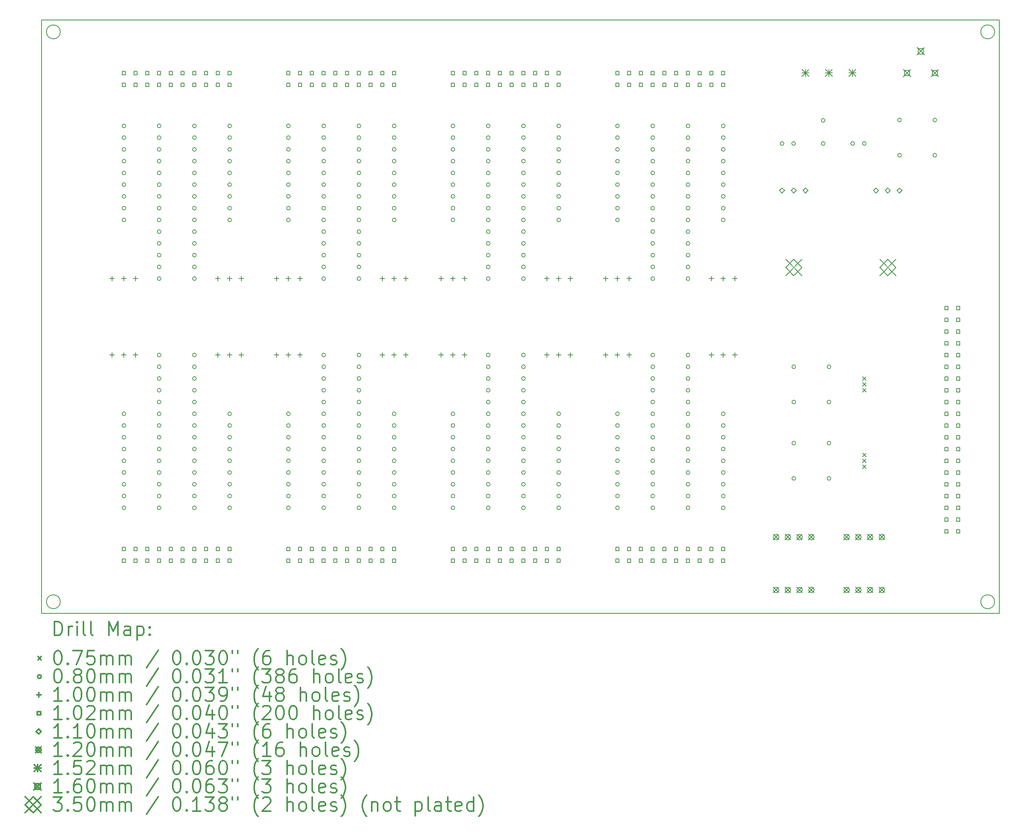
<source format=gbr>
%FSLAX45Y45*%
G04 Gerber Fmt 4.5, Leading zero omitted, Abs format (unit mm)*
G04 Created by KiCad (PCBNEW (5.1.5)-3) date 2020-12-17 10:26:50*
%MOMM*%
%LPD*%
G04 APERTURE LIST*
%TA.AperFunction,Profile*%
%ADD10C,0.150000*%
%TD*%
%ADD11C,0.200000*%
%ADD12C,0.300000*%
G04 APERTURE END LIST*
D10*
X24915000Y-3429000D02*
G75*
G03X24915000Y-3429000I-150000J0D01*
G01*
X24915000Y-15748000D02*
G75*
G03X24915000Y-15748000I-150000J0D01*
G01*
X4722000Y-15748000D02*
G75*
G03X4722000Y-15748000I-150000J0D01*
G01*
X4722000Y-3429000D02*
G75*
G03X4722000Y-3429000I-150000J0D01*
G01*
X4318000Y-16002000D02*
X4318000Y-3175000D01*
X25019000Y-16002000D02*
X4318000Y-16002000D01*
X25019000Y-3175000D02*
X25019000Y-16002000D01*
X4318000Y-3175000D02*
X25019000Y-3175000D01*
D11*
X22060500Y-10884500D02*
X22135500Y-10959500D01*
X22135500Y-10884500D02*
X22060500Y-10959500D01*
X22060500Y-11011500D02*
X22135500Y-11086500D01*
X22135500Y-11011500D02*
X22060500Y-11086500D01*
X22060500Y-11138500D02*
X22135500Y-11213500D01*
X22135500Y-11138500D02*
X22060500Y-11213500D01*
X22060500Y-12535500D02*
X22135500Y-12610500D01*
X22135500Y-12535500D02*
X22060500Y-12610500D01*
X22060500Y-12662500D02*
X22135500Y-12737500D01*
X22135500Y-12662500D02*
X22060500Y-12737500D01*
X22060500Y-12789500D02*
X22135500Y-12864500D01*
X22135500Y-12789500D02*
X22060500Y-12864500D01*
X20614000Y-11430000D02*
G75*
G03X20614000Y-11430000I-40000J0D01*
G01*
X21376000Y-11430000D02*
G75*
G03X21376000Y-11430000I-40000J0D01*
G01*
X6136000Y-11684000D02*
G75*
G03X6136000Y-11684000I-40000J0D01*
G01*
X6136000Y-11938000D02*
G75*
G03X6136000Y-11938000I-40000J0D01*
G01*
X6136000Y-12192000D02*
G75*
G03X6136000Y-12192000I-40000J0D01*
G01*
X6136000Y-12446000D02*
G75*
G03X6136000Y-12446000I-40000J0D01*
G01*
X6136000Y-12700000D02*
G75*
G03X6136000Y-12700000I-40000J0D01*
G01*
X6136000Y-12954000D02*
G75*
G03X6136000Y-12954000I-40000J0D01*
G01*
X6136000Y-13208000D02*
G75*
G03X6136000Y-13208000I-40000J0D01*
G01*
X6136000Y-13462000D02*
G75*
G03X6136000Y-13462000I-40000J0D01*
G01*
X6136000Y-13716000D02*
G75*
G03X6136000Y-13716000I-40000J0D01*
G01*
X14010000Y-10414000D02*
G75*
G03X14010000Y-10414000I-40000J0D01*
G01*
X14010000Y-10668000D02*
G75*
G03X14010000Y-10668000I-40000J0D01*
G01*
X14010000Y-10922000D02*
G75*
G03X14010000Y-10922000I-40000J0D01*
G01*
X14010000Y-11176000D02*
G75*
G03X14010000Y-11176000I-40000J0D01*
G01*
X14010000Y-11430000D02*
G75*
G03X14010000Y-11430000I-40000J0D01*
G01*
X14010000Y-11684000D02*
G75*
G03X14010000Y-11684000I-40000J0D01*
G01*
X14010000Y-11938000D02*
G75*
G03X14010000Y-11938000I-40000J0D01*
G01*
X14010000Y-12192000D02*
G75*
G03X14010000Y-12192000I-40000J0D01*
G01*
X14010000Y-12446000D02*
G75*
G03X14010000Y-12446000I-40000J0D01*
G01*
X14010000Y-12700000D02*
G75*
G03X14010000Y-12700000I-40000J0D01*
G01*
X14010000Y-12954000D02*
G75*
G03X14010000Y-12954000I-40000J0D01*
G01*
X14010000Y-13208000D02*
G75*
G03X14010000Y-13208000I-40000J0D01*
G01*
X14010000Y-13462000D02*
G75*
G03X14010000Y-13462000I-40000J0D01*
G01*
X14010000Y-13716000D02*
G75*
G03X14010000Y-13716000I-40000J0D01*
G01*
X14772000Y-10414000D02*
G75*
G03X14772000Y-10414000I-40000J0D01*
G01*
X14772000Y-10668000D02*
G75*
G03X14772000Y-10668000I-40000J0D01*
G01*
X14772000Y-10922000D02*
G75*
G03X14772000Y-10922000I-40000J0D01*
G01*
X14772000Y-11176000D02*
G75*
G03X14772000Y-11176000I-40000J0D01*
G01*
X14772000Y-11430000D02*
G75*
G03X14772000Y-11430000I-40000J0D01*
G01*
X14772000Y-11684000D02*
G75*
G03X14772000Y-11684000I-40000J0D01*
G01*
X14772000Y-11938000D02*
G75*
G03X14772000Y-11938000I-40000J0D01*
G01*
X14772000Y-12192000D02*
G75*
G03X14772000Y-12192000I-40000J0D01*
G01*
X14772000Y-12446000D02*
G75*
G03X14772000Y-12446000I-40000J0D01*
G01*
X14772000Y-12700000D02*
G75*
G03X14772000Y-12700000I-40000J0D01*
G01*
X14772000Y-12954000D02*
G75*
G03X14772000Y-12954000I-40000J0D01*
G01*
X14772000Y-13208000D02*
G75*
G03X14772000Y-13208000I-40000J0D01*
G01*
X14772000Y-13462000D02*
G75*
G03X14772000Y-13462000I-40000J0D01*
G01*
X14772000Y-13716000D02*
G75*
G03X14772000Y-13716000I-40000J0D01*
G01*
X8422000Y-5461000D02*
G75*
G03X8422000Y-5461000I-40000J0D01*
G01*
X8422000Y-5715000D02*
G75*
G03X8422000Y-5715000I-40000J0D01*
G01*
X8422000Y-5969000D02*
G75*
G03X8422000Y-5969000I-40000J0D01*
G01*
X8422000Y-6223000D02*
G75*
G03X8422000Y-6223000I-40000J0D01*
G01*
X8422000Y-6477000D02*
G75*
G03X8422000Y-6477000I-40000J0D01*
G01*
X8422000Y-6731000D02*
G75*
G03X8422000Y-6731000I-40000J0D01*
G01*
X8422000Y-6985000D02*
G75*
G03X8422000Y-6985000I-40000J0D01*
G01*
X8422000Y-7239000D02*
G75*
G03X8422000Y-7239000I-40000J0D01*
G01*
X8422000Y-7493000D02*
G75*
G03X8422000Y-7493000I-40000J0D01*
G01*
X13248000Y-5461000D02*
G75*
G03X13248000Y-5461000I-40000J0D01*
G01*
X13248000Y-5715000D02*
G75*
G03X13248000Y-5715000I-40000J0D01*
G01*
X13248000Y-5969000D02*
G75*
G03X13248000Y-5969000I-40000J0D01*
G01*
X13248000Y-6223000D02*
G75*
G03X13248000Y-6223000I-40000J0D01*
G01*
X13248000Y-6477000D02*
G75*
G03X13248000Y-6477000I-40000J0D01*
G01*
X13248000Y-6731000D02*
G75*
G03X13248000Y-6731000I-40000J0D01*
G01*
X13248000Y-6985000D02*
G75*
G03X13248000Y-6985000I-40000J0D01*
G01*
X13248000Y-7239000D02*
G75*
G03X13248000Y-7239000I-40000J0D01*
G01*
X13248000Y-7493000D02*
G75*
G03X13248000Y-7493000I-40000J0D01*
G01*
X19090000Y-5461000D02*
G75*
G03X19090000Y-5461000I-40000J0D01*
G01*
X19090000Y-5715000D02*
G75*
G03X19090000Y-5715000I-40000J0D01*
G01*
X19090000Y-5969000D02*
G75*
G03X19090000Y-5969000I-40000J0D01*
G01*
X19090000Y-6223000D02*
G75*
G03X19090000Y-6223000I-40000J0D01*
G01*
X19090000Y-6477000D02*
G75*
G03X19090000Y-6477000I-40000J0D01*
G01*
X19090000Y-6731000D02*
G75*
G03X19090000Y-6731000I-40000J0D01*
G01*
X19090000Y-6985000D02*
G75*
G03X19090000Y-6985000I-40000J0D01*
G01*
X19090000Y-7239000D02*
G75*
G03X19090000Y-7239000I-40000J0D01*
G01*
X19090000Y-7493000D02*
G75*
G03X19090000Y-7493000I-40000J0D01*
G01*
X13248000Y-11684000D02*
G75*
G03X13248000Y-11684000I-40000J0D01*
G01*
X13248000Y-11938000D02*
G75*
G03X13248000Y-11938000I-40000J0D01*
G01*
X13248000Y-12192000D02*
G75*
G03X13248000Y-12192000I-40000J0D01*
G01*
X13248000Y-12446000D02*
G75*
G03X13248000Y-12446000I-40000J0D01*
G01*
X13248000Y-12700000D02*
G75*
G03X13248000Y-12700000I-40000J0D01*
G01*
X13248000Y-12954000D02*
G75*
G03X13248000Y-12954000I-40000J0D01*
G01*
X13248000Y-13208000D02*
G75*
G03X13248000Y-13208000I-40000J0D01*
G01*
X13248000Y-13462000D02*
G75*
G03X13248000Y-13462000I-40000J0D01*
G01*
X13248000Y-13716000D02*
G75*
G03X13248000Y-13716000I-40000J0D01*
G01*
X9692000Y-11684000D02*
G75*
G03X9692000Y-11684000I-40000J0D01*
G01*
X9692000Y-11938000D02*
G75*
G03X9692000Y-11938000I-40000J0D01*
G01*
X9692000Y-12192000D02*
G75*
G03X9692000Y-12192000I-40000J0D01*
G01*
X9692000Y-12446000D02*
G75*
G03X9692000Y-12446000I-40000J0D01*
G01*
X9692000Y-12700000D02*
G75*
G03X9692000Y-12700000I-40000J0D01*
G01*
X9692000Y-12954000D02*
G75*
G03X9692000Y-12954000I-40000J0D01*
G01*
X9692000Y-13208000D02*
G75*
G03X9692000Y-13208000I-40000J0D01*
G01*
X9692000Y-13462000D02*
G75*
G03X9692000Y-13462000I-40000J0D01*
G01*
X9692000Y-13716000D02*
G75*
G03X9692000Y-13716000I-40000J0D01*
G01*
X20614000Y-10668000D02*
G75*
G03X20614000Y-10668000I-40000J0D01*
G01*
X21376000Y-10668000D02*
G75*
G03X21376000Y-10668000I-40000J0D01*
G01*
X6898000Y-10414000D02*
G75*
G03X6898000Y-10414000I-40000J0D01*
G01*
X6898000Y-10668000D02*
G75*
G03X6898000Y-10668000I-40000J0D01*
G01*
X6898000Y-10922000D02*
G75*
G03X6898000Y-10922000I-40000J0D01*
G01*
X6898000Y-11176000D02*
G75*
G03X6898000Y-11176000I-40000J0D01*
G01*
X6898000Y-11430000D02*
G75*
G03X6898000Y-11430000I-40000J0D01*
G01*
X6898000Y-11684000D02*
G75*
G03X6898000Y-11684000I-40000J0D01*
G01*
X6898000Y-11938000D02*
G75*
G03X6898000Y-11938000I-40000J0D01*
G01*
X6898000Y-12192000D02*
G75*
G03X6898000Y-12192000I-40000J0D01*
G01*
X6898000Y-12446000D02*
G75*
G03X6898000Y-12446000I-40000J0D01*
G01*
X6898000Y-12700000D02*
G75*
G03X6898000Y-12700000I-40000J0D01*
G01*
X6898000Y-12954000D02*
G75*
G03X6898000Y-12954000I-40000J0D01*
G01*
X6898000Y-13208000D02*
G75*
G03X6898000Y-13208000I-40000J0D01*
G01*
X6898000Y-13462000D02*
G75*
G03X6898000Y-13462000I-40000J0D01*
G01*
X6898000Y-13716000D02*
G75*
G03X6898000Y-13716000I-40000J0D01*
G01*
X7660000Y-10414000D02*
G75*
G03X7660000Y-10414000I-40000J0D01*
G01*
X7660000Y-10668000D02*
G75*
G03X7660000Y-10668000I-40000J0D01*
G01*
X7660000Y-10922000D02*
G75*
G03X7660000Y-10922000I-40000J0D01*
G01*
X7660000Y-11176000D02*
G75*
G03X7660000Y-11176000I-40000J0D01*
G01*
X7660000Y-11430000D02*
G75*
G03X7660000Y-11430000I-40000J0D01*
G01*
X7660000Y-11684000D02*
G75*
G03X7660000Y-11684000I-40000J0D01*
G01*
X7660000Y-11938000D02*
G75*
G03X7660000Y-11938000I-40000J0D01*
G01*
X7660000Y-12192000D02*
G75*
G03X7660000Y-12192000I-40000J0D01*
G01*
X7660000Y-12446000D02*
G75*
G03X7660000Y-12446000I-40000J0D01*
G01*
X7660000Y-12700000D02*
G75*
G03X7660000Y-12700000I-40000J0D01*
G01*
X7660000Y-12954000D02*
G75*
G03X7660000Y-12954000I-40000J0D01*
G01*
X7660000Y-13208000D02*
G75*
G03X7660000Y-13208000I-40000J0D01*
G01*
X7660000Y-13462000D02*
G75*
G03X7660000Y-13462000I-40000J0D01*
G01*
X7660000Y-13716000D02*
G75*
G03X7660000Y-13716000I-40000J0D01*
G01*
X9692000Y-5461000D02*
G75*
G03X9692000Y-5461000I-40000J0D01*
G01*
X9692000Y-5715000D02*
G75*
G03X9692000Y-5715000I-40000J0D01*
G01*
X9692000Y-5969000D02*
G75*
G03X9692000Y-5969000I-40000J0D01*
G01*
X9692000Y-6223000D02*
G75*
G03X9692000Y-6223000I-40000J0D01*
G01*
X9692000Y-6477000D02*
G75*
G03X9692000Y-6477000I-40000J0D01*
G01*
X9692000Y-6731000D02*
G75*
G03X9692000Y-6731000I-40000J0D01*
G01*
X9692000Y-6985000D02*
G75*
G03X9692000Y-6985000I-40000J0D01*
G01*
X9692000Y-7239000D02*
G75*
G03X9692000Y-7239000I-40000J0D01*
G01*
X9692000Y-7493000D02*
G75*
G03X9692000Y-7493000I-40000J0D01*
G01*
X16804000Y-11684000D02*
G75*
G03X16804000Y-11684000I-40000J0D01*
G01*
X16804000Y-11938000D02*
G75*
G03X16804000Y-11938000I-40000J0D01*
G01*
X16804000Y-12192000D02*
G75*
G03X16804000Y-12192000I-40000J0D01*
G01*
X16804000Y-12446000D02*
G75*
G03X16804000Y-12446000I-40000J0D01*
G01*
X16804000Y-12700000D02*
G75*
G03X16804000Y-12700000I-40000J0D01*
G01*
X16804000Y-12954000D02*
G75*
G03X16804000Y-12954000I-40000J0D01*
G01*
X16804000Y-13208000D02*
G75*
G03X16804000Y-13208000I-40000J0D01*
G01*
X16804000Y-13462000D02*
G75*
G03X16804000Y-13462000I-40000J0D01*
G01*
X16804000Y-13716000D02*
G75*
G03X16804000Y-13716000I-40000J0D01*
G01*
X16804000Y-5461000D02*
G75*
G03X16804000Y-5461000I-40000J0D01*
G01*
X16804000Y-5715000D02*
G75*
G03X16804000Y-5715000I-40000J0D01*
G01*
X16804000Y-5969000D02*
G75*
G03X16804000Y-5969000I-40000J0D01*
G01*
X16804000Y-6223000D02*
G75*
G03X16804000Y-6223000I-40000J0D01*
G01*
X16804000Y-6477000D02*
G75*
G03X16804000Y-6477000I-40000J0D01*
G01*
X16804000Y-6731000D02*
G75*
G03X16804000Y-6731000I-40000J0D01*
G01*
X16804000Y-6985000D02*
G75*
G03X16804000Y-6985000I-40000J0D01*
G01*
X16804000Y-7239000D02*
G75*
G03X16804000Y-7239000I-40000J0D01*
G01*
X16804000Y-7493000D02*
G75*
G03X16804000Y-7493000I-40000J0D01*
G01*
X21249000Y-5342000D02*
G75*
G03X21249000Y-5342000I-40000J0D01*
G01*
X21249000Y-5842000D02*
G75*
G03X21249000Y-5842000I-40000J0D01*
G01*
X10454000Y-10414000D02*
G75*
G03X10454000Y-10414000I-40000J0D01*
G01*
X10454000Y-10668000D02*
G75*
G03X10454000Y-10668000I-40000J0D01*
G01*
X10454000Y-10922000D02*
G75*
G03X10454000Y-10922000I-40000J0D01*
G01*
X10454000Y-11176000D02*
G75*
G03X10454000Y-11176000I-40000J0D01*
G01*
X10454000Y-11430000D02*
G75*
G03X10454000Y-11430000I-40000J0D01*
G01*
X10454000Y-11684000D02*
G75*
G03X10454000Y-11684000I-40000J0D01*
G01*
X10454000Y-11938000D02*
G75*
G03X10454000Y-11938000I-40000J0D01*
G01*
X10454000Y-12192000D02*
G75*
G03X10454000Y-12192000I-40000J0D01*
G01*
X10454000Y-12446000D02*
G75*
G03X10454000Y-12446000I-40000J0D01*
G01*
X10454000Y-12700000D02*
G75*
G03X10454000Y-12700000I-40000J0D01*
G01*
X10454000Y-12954000D02*
G75*
G03X10454000Y-12954000I-40000J0D01*
G01*
X10454000Y-13208000D02*
G75*
G03X10454000Y-13208000I-40000J0D01*
G01*
X10454000Y-13462000D02*
G75*
G03X10454000Y-13462000I-40000J0D01*
G01*
X10454000Y-13716000D02*
G75*
G03X10454000Y-13716000I-40000J0D01*
G01*
X11216000Y-10414000D02*
G75*
G03X11216000Y-10414000I-40000J0D01*
G01*
X11216000Y-10668000D02*
G75*
G03X11216000Y-10668000I-40000J0D01*
G01*
X11216000Y-10922000D02*
G75*
G03X11216000Y-10922000I-40000J0D01*
G01*
X11216000Y-11176000D02*
G75*
G03X11216000Y-11176000I-40000J0D01*
G01*
X11216000Y-11430000D02*
G75*
G03X11216000Y-11430000I-40000J0D01*
G01*
X11216000Y-11684000D02*
G75*
G03X11216000Y-11684000I-40000J0D01*
G01*
X11216000Y-11938000D02*
G75*
G03X11216000Y-11938000I-40000J0D01*
G01*
X11216000Y-12192000D02*
G75*
G03X11216000Y-12192000I-40000J0D01*
G01*
X11216000Y-12446000D02*
G75*
G03X11216000Y-12446000I-40000J0D01*
G01*
X11216000Y-12700000D02*
G75*
G03X11216000Y-12700000I-40000J0D01*
G01*
X11216000Y-12954000D02*
G75*
G03X11216000Y-12954000I-40000J0D01*
G01*
X11216000Y-13208000D02*
G75*
G03X11216000Y-13208000I-40000J0D01*
G01*
X11216000Y-13462000D02*
G75*
G03X11216000Y-13462000I-40000J0D01*
G01*
X11216000Y-13716000D02*
G75*
G03X11216000Y-13716000I-40000J0D01*
G01*
X17566000Y-10414000D02*
G75*
G03X17566000Y-10414000I-40000J0D01*
G01*
X17566000Y-10668000D02*
G75*
G03X17566000Y-10668000I-40000J0D01*
G01*
X17566000Y-10922000D02*
G75*
G03X17566000Y-10922000I-40000J0D01*
G01*
X17566000Y-11176000D02*
G75*
G03X17566000Y-11176000I-40000J0D01*
G01*
X17566000Y-11430000D02*
G75*
G03X17566000Y-11430000I-40000J0D01*
G01*
X17566000Y-11684000D02*
G75*
G03X17566000Y-11684000I-40000J0D01*
G01*
X17566000Y-11938000D02*
G75*
G03X17566000Y-11938000I-40000J0D01*
G01*
X17566000Y-12192000D02*
G75*
G03X17566000Y-12192000I-40000J0D01*
G01*
X17566000Y-12446000D02*
G75*
G03X17566000Y-12446000I-40000J0D01*
G01*
X17566000Y-12700000D02*
G75*
G03X17566000Y-12700000I-40000J0D01*
G01*
X17566000Y-12954000D02*
G75*
G03X17566000Y-12954000I-40000J0D01*
G01*
X17566000Y-13208000D02*
G75*
G03X17566000Y-13208000I-40000J0D01*
G01*
X17566000Y-13462000D02*
G75*
G03X17566000Y-13462000I-40000J0D01*
G01*
X17566000Y-13716000D02*
G75*
G03X17566000Y-13716000I-40000J0D01*
G01*
X18328000Y-10414000D02*
G75*
G03X18328000Y-10414000I-40000J0D01*
G01*
X18328000Y-10668000D02*
G75*
G03X18328000Y-10668000I-40000J0D01*
G01*
X18328000Y-10922000D02*
G75*
G03X18328000Y-10922000I-40000J0D01*
G01*
X18328000Y-11176000D02*
G75*
G03X18328000Y-11176000I-40000J0D01*
G01*
X18328000Y-11430000D02*
G75*
G03X18328000Y-11430000I-40000J0D01*
G01*
X18328000Y-11684000D02*
G75*
G03X18328000Y-11684000I-40000J0D01*
G01*
X18328000Y-11938000D02*
G75*
G03X18328000Y-11938000I-40000J0D01*
G01*
X18328000Y-12192000D02*
G75*
G03X18328000Y-12192000I-40000J0D01*
G01*
X18328000Y-12446000D02*
G75*
G03X18328000Y-12446000I-40000J0D01*
G01*
X18328000Y-12700000D02*
G75*
G03X18328000Y-12700000I-40000J0D01*
G01*
X18328000Y-12954000D02*
G75*
G03X18328000Y-12954000I-40000J0D01*
G01*
X18328000Y-13208000D02*
G75*
G03X18328000Y-13208000I-40000J0D01*
G01*
X18328000Y-13462000D02*
G75*
G03X18328000Y-13462000I-40000J0D01*
G01*
X18328000Y-13716000D02*
G75*
G03X18328000Y-13716000I-40000J0D01*
G01*
X6898000Y-5461000D02*
G75*
G03X6898000Y-5461000I-40000J0D01*
G01*
X6898000Y-5715000D02*
G75*
G03X6898000Y-5715000I-40000J0D01*
G01*
X6898000Y-5969000D02*
G75*
G03X6898000Y-5969000I-40000J0D01*
G01*
X6898000Y-6223000D02*
G75*
G03X6898000Y-6223000I-40000J0D01*
G01*
X6898000Y-6477000D02*
G75*
G03X6898000Y-6477000I-40000J0D01*
G01*
X6898000Y-6731000D02*
G75*
G03X6898000Y-6731000I-40000J0D01*
G01*
X6898000Y-6985000D02*
G75*
G03X6898000Y-6985000I-40000J0D01*
G01*
X6898000Y-7239000D02*
G75*
G03X6898000Y-7239000I-40000J0D01*
G01*
X6898000Y-7493000D02*
G75*
G03X6898000Y-7493000I-40000J0D01*
G01*
X6898000Y-7747000D02*
G75*
G03X6898000Y-7747000I-40000J0D01*
G01*
X6898000Y-8001000D02*
G75*
G03X6898000Y-8001000I-40000J0D01*
G01*
X6898000Y-8255000D02*
G75*
G03X6898000Y-8255000I-40000J0D01*
G01*
X6898000Y-8509000D02*
G75*
G03X6898000Y-8509000I-40000J0D01*
G01*
X6898000Y-8763000D02*
G75*
G03X6898000Y-8763000I-40000J0D01*
G01*
X7660000Y-5461000D02*
G75*
G03X7660000Y-5461000I-40000J0D01*
G01*
X7660000Y-5715000D02*
G75*
G03X7660000Y-5715000I-40000J0D01*
G01*
X7660000Y-5969000D02*
G75*
G03X7660000Y-5969000I-40000J0D01*
G01*
X7660000Y-6223000D02*
G75*
G03X7660000Y-6223000I-40000J0D01*
G01*
X7660000Y-6477000D02*
G75*
G03X7660000Y-6477000I-40000J0D01*
G01*
X7660000Y-6731000D02*
G75*
G03X7660000Y-6731000I-40000J0D01*
G01*
X7660000Y-6985000D02*
G75*
G03X7660000Y-6985000I-40000J0D01*
G01*
X7660000Y-7239000D02*
G75*
G03X7660000Y-7239000I-40000J0D01*
G01*
X7660000Y-7493000D02*
G75*
G03X7660000Y-7493000I-40000J0D01*
G01*
X7660000Y-7747000D02*
G75*
G03X7660000Y-7747000I-40000J0D01*
G01*
X7660000Y-8001000D02*
G75*
G03X7660000Y-8001000I-40000J0D01*
G01*
X7660000Y-8255000D02*
G75*
G03X7660000Y-8255000I-40000J0D01*
G01*
X7660000Y-8509000D02*
G75*
G03X7660000Y-8509000I-40000J0D01*
G01*
X7660000Y-8763000D02*
G75*
G03X7660000Y-8763000I-40000J0D01*
G01*
X15534000Y-5461000D02*
G75*
G03X15534000Y-5461000I-40000J0D01*
G01*
X15534000Y-5715000D02*
G75*
G03X15534000Y-5715000I-40000J0D01*
G01*
X15534000Y-5969000D02*
G75*
G03X15534000Y-5969000I-40000J0D01*
G01*
X15534000Y-6223000D02*
G75*
G03X15534000Y-6223000I-40000J0D01*
G01*
X15534000Y-6477000D02*
G75*
G03X15534000Y-6477000I-40000J0D01*
G01*
X15534000Y-6731000D02*
G75*
G03X15534000Y-6731000I-40000J0D01*
G01*
X15534000Y-6985000D02*
G75*
G03X15534000Y-6985000I-40000J0D01*
G01*
X15534000Y-7239000D02*
G75*
G03X15534000Y-7239000I-40000J0D01*
G01*
X15534000Y-7493000D02*
G75*
G03X15534000Y-7493000I-40000J0D01*
G01*
X8422000Y-11684000D02*
G75*
G03X8422000Y-11684000I-40000J0D01*
G01*
X8422000Y-11938000D02*
G75*
G03X8422000Y-11938000I-40000J0D01*
G01*
X8422000Y-12192000D02*
G75*
G03X8422000Y-12192000I-40000J0D01*
G01*
X8422000Y-12446000D02*
G75*
G03X8422000Y-12446000I-40000J0D01*
G01*
X8422000Y-12700000D02*
G75*
G03X8422000Y-12700000I-40000J0D01*
G01*
X8422000Y-12954000D02*
G75*
G03X8422000Y-12954000I-40000J0D01*
G01*
X8422000Y-13208000D02*
G75*
G03X8422000Y-13208000I-40000J0D01*
G01*
X8422000Y-13462000D02*
G75*
G03X8422000Y-13462000I-40000J0D01*
G01*
X8422000Y-13716000D02*
G75*
G03X8422000Y-13716000I-40000J0D01*
G01*
X14010000Y-5461000D02*
G75*
G03X14010000Y-5461000I-40000J0D01*
G01*
X14010000Y-5715000D02*
G75*
G03X14010000Y-5715000I-40000J0D01*
G01*
X14010000Y-5969000D02*
G75*
G03X14010000Y-5969000I-40000J0D01*
G01*
X14010000Y-6223000D02*
G75*
G03X14010000Y-6223000I-40000J0D01*
G01*
X14010000Y-6477000D02*
G75*
G03X14010000Y-6477000I-40000J0D01*
G01*
X14010000Y-6731000D02*
G75*
G03X14010000Y-6731000I-40000J0D01*
G01*
X14010000Y-6985000D02*
G75*
G03X14010000Y-6985000I-40000J0D01*
G01*
X14010000Y-7239000D02*
G75*
G03X14010000Y-7239000I-40000J0D01*
G01*
X14010000Y-7493000D02*
G75*
G03X14010000Y-7493000I-40000J0D01*
G01*
X14010000Y-7747000D02*
G75*
G03X14010000Y-7747000I-40000J0D01*
G01*
X14010000Y-8001000D02*
G75*
G03X14010000Y-8001000I-40000J0D01*
G01*
X14010000Y-8255000D02*
G75*
G03X14010000Y-8255000I-40000J0D01*
G01*
X14010000Y-8509000D02*
G75*
G03X14010000Y-8509000I-40000J0D01*
G01*
X14010000Y-8763000D02*
G75*
G03X14010000Y-8763000I-40000J0D01*
G01*
X14772000Y-5461000D02*
G75*
G03X14772000Y-5461000I-40000J0D01*
G01*
X14772000Y-5715000D02*
G75*
G03X14772000Y-5715000I-40000J0D01*
G01*
X14772000Y-5969000D02*
G75*
G03X14772000Y-5969000I-40000J0D01*
G01*
X14772000Y-6223000D02*
G75*
G03X14772000Y-6223000I-40000J0D01*
G01*
X14772000Y-6477000D02*
G75*
G03X14772000Y-6477000I-40000J0D01*
G01*
X14772000Y-6731000D02*
G75*
G03X14772000Y-6731000I-40000J0D01*
G01*
X14772000Y-6985000D02*
G75*
G03X14772000Y-6985000I-40000J0D01*
G01*
X14772000Y-7239000D02*
G75*
G03X14772000Y-7239000I-40000J0D01*
G01*
X14772000Y-7493000D02*
G75*
G03X14772000Y-7493000I-40000J0D01*
G01*
X14772000Y-7747000D02*
G75*
G03X14772000Y-7747000I-40000J0D01*
G01*
X14772000Y-8001000D02*
G75*
G03X14772000Y-8001000I-40000J0D01*
G01*
X14772000Y-8255000D02*
G75*
G03X14772000Y-8255000I-40000J0D01*
G01*
X14772000Y-8509000D02*
G75*
G03X14772000Y-8509000I-40000J0D01*
G01*
X14772000Y-8763000D02*
G75*
G03X14772000Y-8763000I-40000J0D01*
G01*
X19090000Y-11684000D02*
G75*
G03X19090000Y-11684000I-40000J0D01*
G01*
X19090000Y-11938000D02*
G75*
G03X19090000Y-11938000I-40000J0D01*
G01*
X19090000Y-12192000D02*
G75*
G03X19090000Y-12192000I-40000J0D01*
G01*
X19090000Y-12446000D02*
G75*
G03X19090000Y-12446000I-40000J0D01*
G01*
X19090000Y-12700000D02*
G75*
G03X19090000Y-12700000I-40000J0D01*
G01*
X19090000Y-12954000D02*
G75*
G03X19090000Y-12954000I-40000J0D01*
G01*
X19090000Y-13208000D02*
G75*
G03X19090000Y-13208000I-40000J0D01*
G01*
X19090000Y-13462000D02*
G75*
G03X19090000Y-13462000I-40000J0D01*
G01*
X19090000Y-13716000D02*
G75*
G03X19090000Y-13716000I-40000J0D01*
G01*
X11978000Y-11684000D02*
G75*
G03X11978000Y-11684000I-40000J0D01*
G01*
X11978000Y-11938000D02*
G75*
G03X11978000Y-11938000I-40000J0D01*
G01*
X11978000Y-12192000D02*
G75*
G03X11978000Y-12192000I-40000J0D01*
G01*
X11978000Y-12446000D02*
G75*
G03X11978000Y-12446000I-40000J0D01*
G01*
X11978000Y-12700000D02*
G75*
G03X11978000Y-12700000I-40000J0D01*
G01*
X11978000Y-12954000D02*
G75*
G03X11978000Y-12954000I-40000J0D01*
G01*
X11978000Y-13208000D02*
G75*
G03X11978000Y-13208000I-40000J0D01*
G01*
X11978000Y-13462000D02*
G75*
G03X11978000Y-13462000I-40000J0D01*
G01*
X11978000Y-13716000D02*
G75*
G03X11978000Y-13716000I-40000J0D01*
G01*
X21888000Y-5842000D02*
G75*
G03X21888000Y-5842000I-40000J0D01*
G01*
X22138000Y-5842000D02*
G75*
G03X22138000Y-5842000I-40000J0D01*
G01*
X17566000Y-5461000D02*
G75*
G03X17566000Y-5461000I-40000J0D01*
G01*
X17566000Y-5715000D02*
G75*
G03X17566000Y-5715000I-40000J0D01*
G01*
X17566000Y-5969000D02*
G75*
G03X17566000Y-5969000I-40000J0D01*
G01*
X17566000Y-6223000D02*
G75*
G03X17566000Y-6223000I-40000J0D01*
G01*
X17566000Y-6477000D02*
G75*
G03X17566000Y-6477000I-40000J0D01*
G01*
X17566000Y-6731000D02*
G75*
G03X17566000Y-6731000I-40000J0D01*
G01*
X17566000Y-6985000D02*
G75*
G03X17566000Y-6985000I-40000J0D01*
G01*
X17566000Y-7239000D02*
G75*
G03X17566000Y-7239000I-40000J0D01*
G01*
X17566000Y-7493000D02*
G75*
G03X17566000Y-7493000I-40000J0D01*
G01*
X17566000Y-7747000D02*
G75*
G03X17566000Y-7747000I-40000J0D01*
G01*
X17566000Y-8001000D02*
G75*
G03X17566000Y-8001000I-40000J0D01*
G01*
X17566000Y-8255000D02*
G75*
G03X17566000Y-8255000I-40000J0D01*
G01*
X17566000Y-8509000D02*
G75*
G03X17566000Y-8509000I-40000J0D01*
G01*
X17566000Y-8763000D02*
G75*
G03X17566000Y-8763000I-40000J0D01*
G01*
X18328000Y-5461000D02*
G75*
G03X18328000Y-5461000I-40000J0D01*
G01*
X18328000Y-5715000D02*
G75*
G03X18328000Y-5715000I-40000J0D01*
G01*
X18328000Y-5969000D02*
G75*
G03X18328000Y-5969000I-40000J0D01*
G01*
X18328000Y-6223000D02*
G75*
G03X18328000Y-6223000I-40000J0D01*
G01*
X18328000Y-6477000D02*
G75*
G03X18328000Y-6477000I-40000J0D01*
G01*
X18328000Y-6731000D02*
G75*
G03X18328000Y-6731000I-40000J0D01*
G01*
X18328000Y-6985000D02*
G75*
G03X18328000Y-6985000I-40000J0D01*
G01*
X18328000Y-7239000D02*
G75*
G03X18328000Y-7239000I-40000J0D01*
G01*
X18328000Y-7493000D02*
G75*
G03X18328000Y-7493000I-40000J0D01*
G01*
X18328000Y-7747000D02*
G75*
G03X18328000Y-7747000I-40000J0D01*
G01*
X18328000Y-8001000D02*
G75*
G03X18328000Y-8001000I-40000J0D01*
G01*
X18328000Y-8255000D02*
G75*
G03X18328000Y-8255000I-40000J0D01*
G01*
X18328000Y-8509000D02*
G75*
G03X18328000Y-8509000I-40000J0D01*
G01*
X18328000Y-8763000D02*
G75*
G03X18328000Y-8763000I-40000J0D01*
G01*
X10454000Y-5461000D02*
G75*
G03X10454000Y-5461000I-40000J0D01*
G01*
X10454000Y-5715000D02*
G75*
G03X10454000Y-5715000I-40000J0D01*
G01*
X10454000Y-5969000D02*
G75*
G03X10454000Y-5969000I-40000J0D01*
G01*
X10454000Y-6223000D02*
G75*
G03X10454000Y-6223000I-40000J0D01*
G01*
X10454000Y-6477000D02*
G75*
G03X10454000Y-6477000I-40000J0D01*
G01*
X10454000Y-6731000D02*
G75*
G03X10454000Y-6731000I-40000J0D01*
G01*
X10454000Y-6985000D02*
G75*
G03X10454000Y-6985000I-40000J0D01*
G01*
X10454000Y-7239000D02*
G75*
G03X10454000Y-7239000I-40000J0D01*
G01*
X10454000Y-7493000D02*
G75*
G03X10454000Y-7493000I-40000J0D01*
G01*
X10454000Y-7747000D02*
G75*
G03X10454000Y-7747000I-40000J0D01*
G01*
X10454000Y-8001000D02*
G75*
G03X10454000Y-8001000I-40000J0D01*
G01*
X10454000Y-8255000D02*
G75*
G03X10454000Y-8255000I-40000J0D01*
G01*
X10454000Y-8509000D02*
G75*
G03X10454000Y-8509000I-40000J0D01*
G01*
X10454000Y-8763000D02*
G75*
G03X10454000Y-8763000I-40000J0D01*
G01*
X11216000Y-5461000D02*
G75*
G03X11216000Y-5461000I-40000J0D01*
G01*
X11216000Y-5715000D02*
G75*
G03X11216000Y-5715000I-40000J0D01*
G01*
X11216000Y-5969000D02*
G75*
G03X11216000Y-5969000I-40000J0D01*
G01*
X11216000Y-6223000D02*
G75*
G03X11216000Y-6223000I-40000J0D01*
G01*
X11216000Y-6477000D02*
G75*
G03X11216000Y-6477000I-40000J0D01*
G01*
X11216000Y-6731000D02*
G75*
G03X11216000Y-6731000I-40000J0D01*
G01*
X11216000Y-6985000D02*
G75*
G03X11216000Y-6985000I-40000J0D01*
G01*
X11216000Y-7239000D02*
G75*
G03X11216000Y-7239000I-40000J0D01*
G01*
X11216000Y-7493000D02*
G75*
G03X11216000Y-7493000I-40000J0D01*
G01*
X11216000Y-7747000D02*
G75*
G03X11216000Y-7747000I-40000J0D01*
G01*
X11216000Y-8001000D02*
G75*
G03X11216000Y-8001000I-40000J0D01*
G01*
X11216000Y-8255000D02*
G75*
G03X11216000Y-8255000I-40000J0D01*
G01*
X11216000Y-8509000D02*
G75*
G03X11216000Y-8509000I-40000J0D01*
G01*
X11216000Y-8763000D02*
G75*
G03X11216000Y-8763000I-40000J0D01*
G01*
X15534000Y-11684000D02*
G75*
G03X15534000Y-11684000I-40000J0D01*
G01*
X15534000Y-11938000D02*
G75*
G03X15534000Y-11938000I-40000J0D01*
G01*
X15534000Y-12192000D02*
G75*
G03X15534000Y-12192000I-40000J0D01*
G01*
X15534000Y-12446000D02*
G75*
G03X15534000Y-12446000I-40000J0D01*
G01*
X15534000Y-12700000D02*
G75*
G03X15534000Y-12700000I-40000J0D01*
G01*
X15534000Y-12954000D02*
G75*
G03X15534000Y-12954000I-40000J0D01*
G01*
X15534000Y-13208000D02*
G75*
G03X15534000Y-13208000I-40000J0D01*
G01*
X15534000Y-13462000D02*
G75*
G03X15534000Y-13462000I-40000J0D01*
G01*
X15534000Y-13716000D02*
G75*
G03X15534000Y-13716000I-40000J0D01*
G01*
X11978000Y-5461000D02*
G75*
G03X11978000Y-5461000I-40000J0D01*
G01*
X11978000Y-5715000D02*
G75*
G03X11978000Y-5715000I-40000J0D01*
G01*
X11978000Y-5969000D02*
G75*
G03X11978000Y-5969000I-40000J0D01*
G01*
X11978000Y-6223000D02*
G75*
G03X11978000Y-6223000I-40000J0D01*
G01*
X11978000Y-6477000D02*
G75*
G03X11978000Y-6477000I-40000J0D01*
G01*
X11978000Y-6731000D02*
G75*
G03X11978000Y-6731000I-40000J0D01*
G01*
X11978000Y-6985000D02*
G75*
G03X11978000Y-6985000I-40000J0D01*
G01*
X11978000Y-7239000D02*
G75*
G03X11978000Y-7239000I-40000J0D01*
G01*
X11978000Y-7493000D02*
G75*
G03X11978000Y-7493000I-40000J0D01*
G01*
X20360000Y-5842000D02*
G75*
G03X20360000Y-5842000I-40000J0D01*
G01*
X20610000Y-5842000D02*
G75*
G03X20610000Y-5842000I-40000J0D01*
G01*
X20614000Y-12319000D02*
G75*
G03X20614000Y-12319000I-40000J0D01*
G01*
X21376000Y-12319000D02*
G75*
G03X21376000Y-12319000I-40000J0D01*
G01*
X23662000Y-5334000D02*
G75*
G03X23662000Y-5334000I-40000J0D01*
G01*
X23662000Y-6096000D02*
G75*
G03X23662000Y-6096000I-40000J0D01*
G01*
X20614000Y-13081000D02*
G75*
G03X20614000Y-13081000I-40000J0D01*
G01*
X21376000Y-13081000D02*
G75*
G03X21376000Y-13081000I-40000J0D01*
G01*
X6136000Y-5461000D02*
G75*
G03X6136000Y-5461000I-40000J0D01*
G01*
X6136000Y-5715000D02*
G75*
G03X6136000Y-5715000I-40000J0D01*
G01*
X6136000Y-5969000D02*
G75*
G03X6136000Y-5969000I-40000J0D01*
G01*
X6136000Y-6223000D02*
G75*
G03X6136000Y-6223000I-40000J0D01*
G01*
X6136000Y-6477000D02*
G75*
G03X6136000Y-6477000I-40000J0D01*
G01*
X6136000Y-6731000D02*
G75*
G03X6136000Y-6731000I-40000J0D01*
G01*
X6136000Y-6985000D02*
G75*
G03X6136000Y-6985000I-40000J0D01*
G01*
X6136000Y-7239000D02*
G75*
G03X6136000Y-7239000I-40000J0D01*
G01*
X6136000Y-7493000D02*
G75*
G03X6136000Y-7493000I-40000J0D01*
G01*
X22900000Y-5334000D02*
G75*
G03X22900000Y-5334000I-40000J0D01*
G01*
X22900000Y-6096000D02*
G75*
G03X22900000Y-6096000I-40000J0D01*
G01*
X18796000Y-8713000D02*
X18796000Y-8813000D01*
X18746000Y-8763000D02*
X18846000Y-8763000D01*
X19050000Y-8713000D02*
X19050000Y-8813000D01*
X19000000Y-8763000D02*
X19100000Y-8763000D01*
X19304000Y-8713000D02*
X19304000Y-8813000D01*
X19254000Y-8763000D02*
X19354000Y-8763000D01*
X9398000Y-8713000D02*
X9398000Y-8813000D01*
X9348000Y-8763000D02*
X9448000Y-8763000D01*
X9652000Y-8713000D02*
X9652000Y-8813000D01*
X9602000Y-8763000D02*
X9702000Y-8763000D01*
X9906000Y-8713000D02*
X9906000Y-8813000D01*
X9856000Y-8763000D02*
X9956000Y-8763000D01*
X8128000Y-8713000D02*
X8128000Y-8813000D01*
X8078000Y-8763000D02*
X8178000Y-8763000D01*
X8382000Y-8713000D02*
X8382000Y-8813000D01*
X8332000Y-8763000D02*
X8432000Y-8763000D01*
X8636000Y-8713000D02*
X8636000Y-8813000D01*
X8586000Y-8763000D02*
X8686000Y-8763000D01*
X16510000Y-8713000D02*
X16510000Y-8813000D01*
X16460000Y-8763000D02*
X16560000Y-8763000D01*
X16764000Y-8713000D02*
X16764000Y-8813000D01*
X16714000Y-8763000D02*
X16814000Y-8763000D01*
X17018000Y-8713000D02*
X17018000Y-8813000D01*
X16968000Y-8763000D02*
X17068000Y-8763000D01*
X15240000Y-8713000D02*
X15240000Y-8813000D01*
X15190000Y-8763000D02*
X15290000Y-8763000D01*
X15494000Y-8713000D02*
X15494000Y-8813000D01*
X15444000Y-8763000D02*
X15544000Y-8763000D01*
X15748000Y-8713000D02*
X15748000Y-8813000D01*
X15698000Y-8763000D02*
X15798000Y-8763000D01*
X11684000Y-8713000D02*
X11684000Y-8813000D01*
X11634000Y-8763000D02*
X11734000Y-8763000D01*
X11938000Y-8713000D02*
X11938000Y-8813000D01*
X11888000Y-8763000D02*
X11988000Y-8763000D01*
X12192000Y-8713000D02*
X12192000Y-8813000D01*
X12142000Y-8763000D02*
X12242000Y-8763000D01*
X9398000Y-10364000D02*
X9398000Y-10464000D01*
X9348000Y-10414000D02*
X9448000Y-10414000D01*
X9652000Y-10364000D02*
X9652000Y-10464000D01*
X9602000Y-10414000D02*
X9702000Y-10414000D01*
X9906000Y-10364000D02*
X9906000Y-10464000D01*
X9856000Y-10414000D02*
X9956000Y-10414000D01*
X12954000Y-10364000D02*
X12954000Y-10464000D01*
X12904000Y-10414000D02*
X13004000Y-10414000D01*
X13208000Y-10364000D02*
X13208000Y-10464000D01*
X13158000Y-10414000D02*
X13258000Y-10414000D01*
X13462000Y-10364000D02*
X13462000Y-10464000D01*
X13412000Y-10414000D02*
X13512000Y-10414000D01*
X16510000Y-10364000D02*
X16510000Y-10464000D01*
X16460000Y-10414000D02*
X16560000Y-10414000D01*
X16764000Y-10364000D02*
X16764000Y-10464000D01*
X16714000Y-10414000D02*
X16814000Y-10414000D01*
X17018000Y-10364000D02*
X17018000Y-10464000D01*
X16968000Y-10414000D02*
X17068000Y-10414000D01*
X5842000Y-10364000D02*
X5842000Y-10464000D01*
X5792000Y-10414000D02*
X5892000Y-10414000D01*
X6096000Y-10364000D02*
X6096000Y-10464000D01*
X6046000Y-10414000D02*
X6146000Y-10414000D01*
X6350000Y-10364000D02*
X6350000Y-10464000D01*
X6300000Y-10414000D02*
X6400000Y-10414000D01*
X5842000Y-8713000D02*
X5842000Y-8813000D01*
X5792000Y-8763000D02*
X5892000Y-8763000D01*
X6096000Y-8713000D02*
X6096000Y-8813000D01*
X6046000Y-8763000D02*
X6146000Y-8763000D01*
X6350000Y-8713000D02*
X6350000Y-8813000D01*
X6300000Y-8763000D02*
X6400000Y-8763000D01*
X15240000Y-10364000D02*
X15240000Y-10464000D01*
X15190000Y-10414000D02*
X15290000Y-10414000D01*
X15494000Y-10364000D02*
X15494000Y-10464000D01*
X15444000Y-10414000D02*
X15544000Y-10414000D01*
X15748000Y-10364000D02*
X15748000Y-10464000D01*
X15698000Y-10414000D02*
X15798000Y-10414000D01*
X8128000Y-10364000D02*
X8128000Y-10464000D01*
X8078000Y-10414000D02*
X8178000Y-10414000D01*
X8382000Y-10364000D02*
X8382000Y-10464000D01*
X8332000Y-10414000D02*
X8432000Y-10414000D01*
X8636000Y-10364000D02*
X8636000Y-10464000D01*
X8586000Y-10414000D02*
X8686000Y-10414000D01*
X12954000Y-8713000D02*
X12954000Y-8813000D01*
X12904000Y-8763000D02*
X13004000Y-8763000D01*
X13208000Y-8713000D02*
X13208000Y-8813000D01*
X13158000Y-8763000D02*
X13258000Y-8763000D01*
X13462000Y-8713000D02*
X13462000Y-8813000D01*
X13412000Y-8763000D02*
X13512000Y-8763000D01*
X18796000Y-10364000D02*
X18796000Y-10464000D01*
X18746000Y-10414000D02*
X18846000Y-10414000D01*
X19050000Y-10364000D02*
X19050000Y-10464000D01*
X19000000Y-10414000D02*
X19100000Y-10414000D01*
X19304000Y-10364000D02*
X19304000Y-10464000D01*
X19254000Y-10414000D02*
X19354000Y-10414000D01*
X11684000Y-10364000D02*
X11684000Y-10464000D01*
X11634000Y-10414000D02*
X11734000Y-10414000D01*
X11938000Y-10364000D02*
X11938000Y-10464000D01*
X11888000Y-10414000D02*
X11988000Y-10414000D01*
X12192000Y-10364000D02*
X12192000Y-10464000D01*
X12142000Y-10414000D02*
X12242000Y-10414000D01*
X16799921Y-4353921D02*
X16799921Y-4282079D01*
X16728079Y-4282079D01*
X16728079Y-4353921D01*
X16799921Y-4353921D01*
X16799921Y-4607921D02*
X16799921Y-4536079D01*
X16728079Y-4536079D01*
X16728079Y-4607921D01*
X16799921Y-4607921D01*
X17053921Y-4353921D02*
X17053921Y-4282079D01*
X16982079Y-4282079D01*
X16982079Y-4353921D01*
X17053921Y-4353921D01*
X17053921Y-4607921D02*
X17053921Y-4536079D01*
X16982079Y-4536079D01*
X16982079Y-4607921D01*
X17053921Y-4607921D01*
X17307921Y-4353921D02*
X17307921Y-4282079D01*
X17236079Y-4282079D01*
X17236079Y-4353921D01*
X17307921Y-4353921D01*
X17307921Y-4607921D02*
X17307921Y-4536079D01*
X17236079Y-4536079D01*
X17236079Y-4607921D01*
X17307921Y-4607921D01*
X17561921Y-4353921D02*
X17561921Y-4282079D01*
X17490079Y-4282079D01*
X17490079Y-4353921D01*
X17561921Y-4353921D01*
X17561921Y-4607921D02*
X17561921Y-4536079D01*
X17490079Y-4536079D01*
X17490079Y-4607921D01*
X17561921Y-4607921D01*
X17815921Y-4353921D02*
X17815921Y-4282079D01*
X17744079Y-4282079D01*
X17744079Y-4353921D01*
X17815921Y-4353921D01*
X17815921Y-4607921D02*
X17815921Y-4536079D01*
X17744079Y-4536079D01*
X17744079Y-4607921D01*
X17815921Y-4607921D01*
X18069921Y-4353921D02*
X18069921Y-4282079D01*
X17998079Y-4282079D01*
X17998079Y-4353921D01*
X18069921Y-4353921D01*
X18069921Y-4607921D02*
X18069921Y-4536079D01*
X17998079Y-4536079D01*
X17998079Y-4607921D01*
X18069921Y-4607921D01*
X18323921Y-4353921D02*
X18323921Y-4282079D01*
X18252079Y-4282079D01*
X18252079Y-4353921D01*
X18323921Y-4353921D01*
X18323921Y-4607921D02*
X18323921Y-4536079D01*
X18252079Y-4536079D01*
X18252079Y-4607921D01*
X18323921Y-4607921D01*
X18577921Y-4353921D02*
X18577921Y-4282079D01*
X18506079Y-4282079D01*
X18506079Y-4353921D01*
X18577921Y-4353921D01*
X18577921Y-4607921D02*
X18577921Y-4536079D01*
X18506079Y-4536079D01*
X18506079Y-4607921D01*
X18577921Y-4607921D01*
X18831921Y-4353921D02*
X18831921Y-4282079D01*
X18760079Y-4282079D01*
X18760079Y-4353921D01*
X18831921Y-4353921D01*
X18831921Y-4607921D02*
X18831921Y-4536079D01*
X18760079Y-4536079D01*
X18760079Y-4607921D01*
X18831921Y-4607921D01*
X19085921Y-4353921D02*
X19085921Y-4282079D01*
X19014079Y-4282079D01*
X19014079Y-4353921D01*
X19085921Y-4353921D01*
X19085921Y-4607921D02*
X19085921Y-4536079D01*
X19014079Y-4536079D01*
X19014079Y-4607921D01*
X19085921Y-4607921D01*
X9687921Y-4353921D02*
X9687921Y-4282079D01*
X9616079Y-4282079D01*
X9616079Y-4353921D01*
X9687921Y-4353921D01*
X9687921Y-4607921D02*
X9687921Y-4536079D01*
X9616079Y-4536079D01*
X9616079Y-4607921D01*
X9687921Y-4607921D01*
X9941921Y-4353921D02*
X9941921Y-4282079D01*
X9870079Y-4282079D01*
X9870079Y-4353921D01*
X9941921Y-4353921D01*
X9941921Y-4607921D02*
X9941921Y-4536079D01*
X9870079Y-4536079D01*
X9870079Y-4607921D01*
X9941921Y-4607921D01*
X10195921Y-4353921D02*
X10195921Y-4282079D01*
X10124079Y-4282079D01*
X10124079Y-4353921D01*
X10195921Y-4353921D01*
X10195921Y-4607921D02*
X10195921Y-4536079D01*
X10124079Y-4536079D01*
X10124079Y-4607921D01*
X10195921Y-4607921D01*
X10449921Y-4353921D02*
X10449921Y-4282079D01*
X10378079Y-4282079D01*
X10378079Y-4353921D01*
X10449921Y-4353921D01*
X10449921Y-4607921D02*
X10449921Y-4536079D01*
X10378079Y-4536079D01*
X10378079Y-4607921D01*
X10449921Y-4607921D01*
X10703921Y-4353921D02*
X10703921Y-4282079D01*
X10632079Y-4282079D01*
X10632079Y-4353921D01*
X10703921Y-4353921D01*
X10703921Y-4607921D02*
X10703921Y-4536079D01*
X10632079Y-4536079D01*
X10632079Y-4607921D01*
X10703921Y-4607921D01*
X10957921Y-4353921D02*
X10957921Y-4282079D01*
X10886079Y-4282079D01*
X10886079Y-4353921D01*
X10957921Y-4353921D01*
X10957921Y-4607921D02*
X10957921Y-4536079D01*
X10886079Y-4536079D01*
X10886079Y-4607921D01*
X10957921Y-4607921D01*
X11211921Y-4353921D02*
X11211921Y-4282079D01*
X11140079Y-4282079D01*
X11140079Y-4353921D01*
X11211921Y-4353921D01*
X11211921Y-4607921D02*
X11211921Y-4536079D01*
X11140079Y-4536079D01*
X11140079Y-4607921D01*
X11211921Y-4607921D01*
X11465921Y-4353921D02*
X11465921Y-4282079D01*
X11394079Y-4282079D01*
X11394079Y-4353921D01*
X11465921Y-4353921D01*
X11465921Y-4607921D02*
X11465921Y-4536079D01*
X11394079Y-4536079D01*
X11394079Y-4607921D01*
X11465921Y-4607921D01*
X11719921Y-4353921D02*
X11719921Y-4282079D01*
X11648079Y-4282079D01*
X11648079Y-4353921D01*
X11719921Y-4353921D01*
X11719921Y-4607921D02*
X11719921Y-4536079D01*
X11648079Y-4536079D01*
X11648079Y-4607921D01*
X11719921Y-4607921D01*
X11973921Y-4353921D02*
X11973921Y-4282079D01*
X11902079Y-4282079D01*
X11902079Y-4353921D01*
X11973921Y-4353921D01*
X11973921Y-4607921D02*
X11973921Y-4536079D01*
X11902079Y-4536079D01*
X11902079Y-4607921D01*
X11973921Y-4607921D01*
X6131921Y-14640921D02*
X6131921Y-14569079D01*
X6060079Y-14569079D01*
X6060079Y-14640921D01*
X6131921Y-14640921D01*
X6131921Y-14894921D02*
X6131921Y-14823079D01*
X6060079Y-14823079D01*
X6060079Y-14894921D01*
X6131921Y-14894921D01*
X6385921Y-14640921D02*
X6385921Y-14569079D01*
X6314079Y-14569079D01*
X6314079Y-14640921D01*
X6385921Y-14640921D01*
X6385921Y-14894921D02*
X6385921Y-14823079D01*
X6314079Y-14823079D01*
X6314079Y-14894921D01*
X6385921Y-14894921D01*
X6639921Y-14640921D02*
X6639921Y-14569079D01*
X6568079Y-14569079D01*
X6568079Y-14640921D01*
X6639921Y-14640921D01*
X6639921Y-14894921D02*
X6639921Y-14823079D01*
X6568079Y-14823079D01*
X6568079Y-14894921D01*
X6639921Y-14894921D01*
X6893921Y-14640921D02*
X6893921Y-14569079D01*
X6822079Y-14569079D01*
X6822079Y-14640921D01*
X6893921Y-14640921D01*
X6893921Y-14894921D02*
X6893921Y-14823079D01*
X6822079Y-14823079D01*
X6822079Y-14894921D01*
X6893921Y-14894921D01*
X7147921Y-14640921D02*
X7147921Y-14569079D01*
X7076079Y-14569079D01*
X7076079Y-14640921D01*
X7147921Y-14640921D01*
X7147921Y-14894921D02*
X7147921Y-14823079D01*
X7076079Y-14823079D01*
X7076079Y-14894921D01*
X7147921Y-14894921D01*
X7401921Y-14640921D02*
X7401921Y-14569079D01*
X7330079Y-14569079D01*
X7330079Y-14640921D01*
X7401921Y-14640921D01*
X7401921Y-14894921D02*
X7401921Y-14823079D01*
X7330079Y-14823079D01*
X7330079Y-14894921D01*
X7401921Y-14894921D01*
X7655921Y-14640921D02*
X7655921Y-14569079D01*
X7584079Y-14569079D01*
X7584079Y-14640921D01*
X7655921Y-14640921D01*
X7655921Y-14894921D02*
X7655921Y-14823079D01*
X7584079Y-14823079D01*
X7584079Y-14894921D01*
X7655921Y-14894921D01*
X7909921Y-14640921D02*
X7909921Y-14569079D01*
X7838079Y-14569079D01*
X7838079Y-14640921D01*
X7909921Y-14640921D01*
X7909921Y-14894921D02*
X7909921Y-14823079D01*
X7838079Y-14823079D01*
X7838079Y-14894921D01*
X7909921Y-14894921D01*
X8163921Y-14640921D02*
X8163921Y-14569079D01*
X8092079Y-14569079D01*
X8092079Y-14640921D01*
X8163921Y-14640921D01*
X8163921Y-14894921D02*
X8163921Y-14823079D01*
X8092079Y-14823079D01*
X8092079Y-14894921D01*
X8163921Y-14894921D01*
X8417921Y-14640921D02*
X8417921Y-14569079D01*
X8346079Y-14569079D01*
X8346079Y-14640921D01*
X8417921Y-14640921D01*
X8417921Y-14894921D02*
X8417921Y-14823079D01*
X8346079Y-14823079D01*
X8346079Y-14894921D01*
X8417921Y-14894921D01*
X23911921Y-9433921D02*
X23911921Y-9362079D01*
X23840079Y-9362079D01*
X23840079Y-9433921D01*
X23911921Y-9433921D01*
X23911921Y-9687921D02*
X23911921Y-9616079D01*
X23840079Y-9616079D01*
X23840079Y-9687921D01*
X23911921Y-9687921D01*
X23911921Y-9941921D02*
X23911921Y-9870079D01*
X23840079Y-9870079D01*
X23840079Y-9941921D01*
X23911921Y-9941921D01*
X23911921Y-10195921D02*
X23911921Y-10124079D01*
X23840079Y-10124079D01*
X23840079Y-10195921D01*
X23911921Y-10195921D01*
X23911921Y-10449921D02*
X23911921Y-10378079D01*
X23840079Y-10378079D01*
X23840079Y-10449921D01*
X23911921Y-10449921D01*
X23911921Y-10703921D02*
X23911921Y-10632079D01*
X23840079Y-10632079D01*
X23840079Y-10703921D01*
X23911921Y-10703921D01*
X23911921Y-10957921D02*
X23911921Y-10886079D01*
X23840079Y-10886079D01*
X23840079Y-10957921D01*
X23911921Y-10957921D01*
X23911921Y-11211921D02*
X23911921Y-11140079D01*
X23840079Y-11140079D01*
X23840079Y-11211921D01*
X23911921Y-11211921D01*
X23911921Y-11465921D02*
X23911921Y-11394079D01*
X23840079Y-11394079D01*
X23840079Y-11465921D01*
X23911921Y-11465921D01*
X23911921Y-11719921D02*
X23911921Y-11648079D01*
X23840079Y-11648079D01*
X23840079Y-11719921D01*
X23911921Y-11719921D01*
X23911921Y-11973921D02*
X23911921Y-11902079D01*
X23840079Y-11902079D01*
X23840079Y-11973921D01*
X23911921Y-11973921D01*
X23911921Y-12227921D02*
X23911921Y-12156079D01*
X23840079Y-12156079D01*
X23840079Y-12227921D01*
X23911921Y-12227921D01*
X23911921Y-12481921D02*
X23911921Y-12410079D01*
X23840079Y-12410079D01*
X23840079Y-12481921D01*
X23911921Y-12481921D01*
X23911921Y-12735921D02*
X23911921Y-12664079D01*
X23840079Y-12664079D01*
X23840079Y-12735921D01*
X23911921Y-12735921D01*
X23911921Y-12989921D02*
X23911921Y-12918079D01*
X23840079Y-12918079D01*
X23840079Y-12989921D01*
X23911921Y-12989921D01*
X23911921Y-13243921D02*
X23911921Y-13172079D01*
X23840079Y-13172079D01*
X23840079Y-13243921D01*
X23911921Y-13243921D01*
X23911921Y-13497921D02*
X23911921Y-13426079D01*
X23840079Y-13426079D01*
X23840079Y-13497921D01*
X23911921Y-13497921D01*
X23911921Y-13751921D02*
X23911921Y-13680079D01*
X23840079Y-13680079D01*
X23840079Y-13751921D01*
X23911921Y-13751921D01*
X23911921Y-14005921D02*
X23911921Y-13934079D01*
X23840079Y-13934079D01*
X23840079Y-14005921D01*
X23911921Y-14005921D01*
X23911921Y-14259921D02*
X23911921Y-14188079D01*
X23840079Y-14188079D01*
X23840079Y-14259921D01*
X23911921Y-14259921D01*
X24165921Y-9433921D02*
X24165921Y-9362079D01*
X24094079Y-9362079D01*
X24094079Y-9433921D01*
X24165921Y-9433921D01*
X24165921Y-9687921D02*
X24165921Y-9616079D01*
X24094079Y-9616079D01*
X24094079Y-9687921D01*
X24165921Y-9687921D01*
X24165921Y-9941921D02*
X24165921Y-9870079D01*
X24094079Y-9870079D01*
X24094079Y-9941921D01*
X24165921Y-9941921D01*
X24165921Y-10195921D02*
X24165921Y-10124079D01*
X24094079Y-10124079D01*
X24094079Y-10195921D01*
X24165921Y-10195921D01*
X24165921Y-10449921D02*
X24165921Y-10378079D01*
X24094079Y-10378079D01*
X24094079Y-10449921D01*
X24165921Y-10449921D01*
X24165921Y-10703921D02*
X24165921Y-10632079D01*
X24094079Y-10632079D01*
X24094079Y-10703921D01*
X24165921Y-10703921D01*
X24165921Y-10957921D02*
X24165921Y-10886079D01*
X24094079Y-10886079D01*
X24094079Y-10957921D01*
X24165921Y-10957921D01*
X24165921Y-11211921D02*
X24165921Y-11140079D01*
X24094079Y-11140079D01*
X24094079Y-11211921D01*
X24165921Y-11211921D01*
X24165921Y-11465921D02*
X24165921Y-11394079D01*
X24094079Y-11394079D01*
X24094079Y-11465921D01*
X24165921Y-11465921D01*
X24165921Y-11719921D02*
X24165921Y-11648079D01*
X24094079Y-11648079D01*
X24094079Y-11719921D01*
X24165921Y-11719921D01*
X24165921Y-11973921D02*
X24165921Y-11902079D01*
X24094079Y-11902079D01*
X24094079Y-11973921D01*
X24165921Y-11973921D01*
X24165921Y-12227921D02*
X24165921Y-12156079D01*
X24094079Y-12156079D01*
X24094079Y-12227921D01*
X24165921Y-12227921D01*
X24165921Y-12481921D02*
X24165921Y-12410079D01*
X24094079Y-12410079D01*
X24094079Y-12481921D01*
X24165921Y-12481921D01*
X24165921Y-12735921D02*
X24165921Y-12664079D01*
X24094079Y-12664079D01*
X24094079Y-12735921D01*
X24165921Y-12735921D01*
X24165921Y-12989921D02*
X24165921Y-12918079D01*
X24094079Y-12918079D01*
X24094079Y-12989921D01*
X24165921Y-12989921D01*
X24165921Y-13243921D02*
X24165921Y-13172079D01*
X24094079Y-13172079D01*
X24094079Y-13243921D01*
X24165921Y-13243921D01*
X24165921Y-13497921D02*
X24165921Y-13426079D01*
X24094079Y-13426079D01*
X24094079Y-13497921D01*
X24165921Y-13497921D01*
X24165921Y-13751921D02*
X24165921Y-13680079D01*
X24094079Y-13680079D01*
X24094079Y-13751921D01*
X24165921Y-13751921D01*
X24165921Y-14005921D02*
X24165921Y-13934079D01*
X24094079Y-13934079D01*
X24094079Y-14005921D01*
X24165921Y-14005921D01*
X24165921Y-14259921D02*
X24165921Y-14188079D01*
X24094079Y-14188079D01*
X24094079Y-14259921D01*
X24165921Y-14259921D01*
X16799921Y-14640921D02*
X16799921Y-14569079D01*
X16728079Y-14569079D01*
X16728079Y-14640921D01*
X16799921Y-14640921D01*
X16799921Y-14894921D02*
X16799921Y-14823079D01*
X16728079Y-14823079D01*
X16728079Y-14894921D01*
X16799921Y-14894921D01*
X17053921Y-14640921D02*
X17053921Y-14569079D01*
X16982079Y-14569079D01*
X16982079Y-14640921D01*
X17053921Y-14640921D01*
X17053921Y-14894921D02*
X17053921Y-14823079D01*
X16982079Y-14823079D01*
X16982079Y-14894921D01*
X17053921Y-14894921D01*
X17307921Y-14640921D02*
X17307921Y-14569079D01*
X17236079Y-14569079D01*
X17236079Y-14640921D01*
X17307921Y-14640921D01*
X17307921Y-14894921D02*
X17307921Y-14823079D01*
X17236079Y-14823079D01*
X17236079Y-14894921D01*
X17307921Y-14894921D01*
X17561921Y-14640921D02*
X17561921Y-14569079D01*
X17490079Y-14569079D01*
X17490079Y-14640921D01*
X17561921Y-14640921D01*
X17561921Y-14894921D02*
X17561921Y-14823079D01*
X17490079Y-14823079D01*
X17490079Y-14894921D01*
X17561921Y-14894921D01*
X17815921Y-14640921D02*
X17815921Y-14569079D01*
X17744079Y-14569079D01*
X17744079Y-14640921D01*
X17815921Y-14640921D01*
X17815921Y-14894921D02*
X17815921Y-14823079D01*
X17744079Y-14823079D01*
X17744079Y-14894921D01*
X17815921Y-14894921D01*
X18069921Y-14640921D02*
X18069921Y-14569079D01*
X17998079Y-14569079D01*
X17998079Y-14640921D01*
X18069921Y-14640921D01*
X18069921Y-14894921D02*
X18069921Y-14823079D01*
X17998079Y-14823079D01*
X17998079Y-14894921D01*
X18069921Y-14894921D01*
X18323921Y-14640921D02*
X18323921Y-14569079D01*
X18252079Y-14569079D01*
X18252079Y-14640921D01*
X18323921Y-14640921D01*
X18323921Y-14894921D02*
X18323921Y-14823079D01*
X18252079Y-14823079D01*
X18252079Y-14894921D01*
X18323921Y-14894921D01*
X18577921Y-14640921D02*
X18577921Y-14569079D01*
X18506079Y-14569079D01*
X18506079Y-14640921D01*
X18577921Y-14640921D01*
X18577921Y-14894921D02*
X18577921Y-14823079D01*
X18506079Y-14823079D01*
X18506079Y-14894921D01*
X18577921Y-14894921D01*
X18831921Y-14640921D02*
X18831921Y-14569079D01*
X18760079Y-14569079D01*
X18760079Y-14640921D01*
X18831921Y-14640921D01*
X18831921Y-14894921D02*
X18831921Y-14823079D01*
X18760079Y-14823079D01*
X18760079Y-14894921D01*
X18831921Y-14894921D01*
X19085921Y-14640921D02*
X19085921Y-14569079D01*
X19014079Y-14569079D01*
X19014079Y-14640921D01*
X19085921Y-14640921D01*
X19085921Y-14894921D02*
X19085921Y-14823079D01*
X19014079Y-14823079D01*
X19014079Y-14894921D01*
X19085921Y-14894921D01*
X13243921Y-4353921D02*
X13243921Y-4282079D01*
X13172079Y-4282079D01*
X13172079Y-4353921D01*
X13243921Y-4353921D01*
X13243921Y-4607921D02*
X13243921Y-4536079D01*
X13172079Y-4536079D01*
X13172079Y-4607921D01*
X13243921Y-4607921D01*
X13497921Y-4353921D02*
X13497921Y-4282079D01*
X13426079Y-4282079D01*
X13426079Y-4353921D01*
X13497921Y-4353921D01*
X13497921Y-4607921D02*
X13497921Y-4536079D01*
X13426079Y-4536079D01*
X13426079Y-4607921D01*
X13497921Y-4607921D01*
X13751921Y-4353921D02*
X13751921Y-4282079D01*
X13680079Y-4282079D01*
X13680079Y-4353921D01*
X13751921Y-4353921D01*
X13751921Y-4607921D02*
X13751921Y-4536079D01*
X13680079Y-4536079D01*
X13680079Y-4607921D01*
X13751921Y-4607921D01*
X14005921Y-4353921D02*
X14005921Y-4282079D01*
X13934079Y-4282079D01*
X13934079Y-4353921D01*
X14005921Y-4353921D01*
X14005921Y-4607921D02*
X14005921Y-4536079D01*
X13934079Y-4536079D01*
X13934079Y-4607921D01*
X14005921Y-4607921D01*
X14259921Y-4353921D02*
X14259921Y-4282079D01*
X14188079Y-4282079D01*
X14188079Y-4353921D01*
X14259921Y-4353921D01*
X14259921Y-4607921D02*
X14259921Y-4536079D01*
X14188079Y-4536079D01*
X14188079Y-4607921D01*
X14259921Y-4607921D01*
X14513921Y-4353921D02*
X14513921Y-4282079D01*
X14442079Y-4282079D01*
X14442079Y-4353921D01*
X14513921Y-4353921D01*
X14513921Y-4607921D02*
X14513921Y-4536079D01*
X14442079Y-4536079D01*
X14442079Y-4607921D01*
X14513921Y-4607921D01*
X14767921Y-4353921D02*
X14767921Y-4282079D01*
X14696079Y-4282079D01*
X14696079Y-4353921D01*
X14767921Y-4353921D01*
X14767921Y-4607921D02*
X14767921Y-4536079D01*
X14696079Y-4536079D01*
X14696079Y-4607921D01*
X14767921Y-4607921D01*
X15021921Y-4353921D02*
X15021921Y-4282079D01*
X14950079Y-4282079D01*
X14950079Y-4353921D01*
X15021921Y-4353921D01*
X15021921Y-4607921D02*
X15021921Y-4536079D01*
X14950079Y-4536079D01*
X14950079Y-4607921D01*
X15021921Y-4607921D01*
X15275921Y-4353921D02*
X15275921Y-4282079D01*
X15204079Y-4282079D01*
X15204079Y-4353921D01*
X15275921Y-4353921D01*
X15275921Y-4607921D02*
X15275921Y-4536079D01*
X15204079Y-4536079D01*
X15204079Y-4607921D01*
X15275921Y-4607921D01*
X15529921Y-4353921D02*
X15529921Y-4282079D01*
X15458079Y-4282079D01*
X15458079Y-4353921D01*
X15529921Y-4353921D01*
X15529921Y-4607921D02*
X15529921Y-4536079D01*
X15458079Y-4536079D01*
X15458079Y-4607921D01*
X15529921Y-4607921D01*
X13243921Y-14640921D02*
X13243921Y-14569079D01*
X13172079Y-14569079D01*
X13172079Y-14640921D01*
X13243921Y-14640921D01*
X13243921Y-14894921D02*
X13243921Y-14823079D01*
X13172079Y-14823079D01*
X13172079Y-14894921D01*
X13243921Y-14894921D01*
X13497921Y-14640921D02*
X13497921Y-14569079D01*
X13426079Y-14569079D01*
X13426079Y-14640921D01*
X13497921Y-14640921D01*
X13497921Y-14894921D02*
X13497921Y-14823079D01*
X13426079Y-14823079D01*
X13426079Y-14894921D01*
X13497921Y-14894921D01*
X13751921Y-14640921D02*
X13751921Y-14569079D01*
X13680079Y-14569079D01*
X13680079Y-14640921D01*
X13751921Y-14640921D01*
X13751921Y-14894921D02*
X13751921Y-14823079D01*
X13680079Y-14823079D01*
X13680079Y-14894921D01*
X13751921Y-14894921D01*
X14005921Y-14640921D02*
X14005921Y-14569079D01*
X13934079Y-14569079D01*
X13934079Y-14640921D01*
X14005921Y-14640921D01*
X14005921Y-14894921D02*
X14005921Y-14823079D01*
X13934079Y-14823079D01*
X13934079Y-14894921D01*
X14005921Y-14894921D01*
X14259921Y-14640921D02*
X14259921Y-14569079D01*
X14188079Y-14569079D01*
X14188079Y-14640921D01*
X14259921Y-14640921D01*
X14259921Y-14894921D02*
X14259921Y-14823079D01*
X14188079Y-14823079D01*
X14188079Y-14894921D01*
X14259921Y-14894921D01*
X14513921Y-14640921D02*
X14513921Y-14569079D01*
X14442079Y-14569079D01*
X14442079Y-14640921D01*
X14513921Y-14640921D01*
X14513921Y-14894921D02*
X14513921Y-14823079D01*
X14442079Y-14823079D01*
X14442079Y-14894921D01*
X14513921Y-14894921D01*
X14767921Y-14640921D02*
X14767921Y-14569079D01*
X14696079Y-14569079D01*
X14696079Y-14640921D01*
X14767921Y-14640921D01*
X14767921Y-14894921D02*
X14767921Y-14823079D01*
X14696079Y-14823079D01*
X14696079Y-14894921D01*
X14767921Y-14894921D01*
X15021921Y-14640921D02*
X15021921Y-14569079D01*
X14950079Y-14569079D01*
X14950079Y-14640921D01*
X15021921Y-14640921D01*
X15021921Y-14894921D02*
X15021921Y-14823079D01*
X14950079Y-14823079D01*
X14950079Y-14894921D01*
X15021921Y-14894921D01*
X15275921Y-14640921D02*
X15275921Y-14569079D01*
X15204079Y-14569079D01*
X15204079Y-14640921D01*
X15275921Y-14640921D01*
X15275921Y-14894921D02*
X15275921Y-14823079D01*
X15204079Y-14823079D01*
X15204079Y-14894921D01*
X15275921Y-14894921D01*
X15529921Y-14640921D02*
X15529921Y-14569079D01*
X15458079Y-14569079D01*
X15458079Y-14640921D01*
X15529921Y-14640921D01*
X15529921Y-14894921D02*
X15529921Y-14823079D01*
X15458079Y-14823079D01*
X15458079Y-14894921D01*
X15529921Y-14894921D01*
X6131921Y-4353921D02*
X6131921Y-4282079D01*
X6060079Y-4282079D01*
X6060079Y-4353921D01*
X6131921Y-4353921D01*
X6131921Y-4607921D02*
X6131921Y-4536079D01*
X6060079Y-4536079D01*
X6060079Y-4607921D01*
X6131921Y-4607921D01*
X6385921Y-4353921D02*
X6385921Y-4282079D01*
X6314079Y-4282079D01*
X6314079Y-4353921D01*
X6385921Y-4353921D01*
X6385921Y-4607921D02*
X6385921Y-4536079D01*
X6314079Y-4536079D01*
X6314079Y-4607921D01*
X6385921Y-4607921D01*
X6639921Y-4353921D02*
X6639921Y-4282079D01*
X6568079Y-4282079D01*
X6568079Y-4353921D01*
X6639921Y-4353921D01*
X6639921Y-4607921D02*
X6639921Y-4536079D01*
X6568079Y-4536079D01*
X6568079Y-4607921D01*
X6639921Y-4607921D01*
X6893921Y-4353921D02*
X6893921Y-4282079D01*
X6822079Y-4282079D01*
X6822079Y-4353921D01*
X6893921Y-4353921D01*
X6893921Y-4607921D02*
X6893921Y-4536079D01*
X6822079Y-4536079D01*
X6822079Y-4607921D01*
X6893921Y-4607921D01*
X7147921Y-4353921D02*
X7147921Y-4282079D01*
X7076079Y-4282079D01*
X7076079Y-4353921D01*
X7147921Y-4353921D01*
X7147921Y-4607921D02*
X7147921Y-4536079D01*
X7076079Y-4536079D01*
X7076079Y-4607921D01*
X7147921Y-4607921D01*
X7401921Y-4353921D02*
X7401921Y-4282079D01*
X7330079Y-4282079D01*
X7330079Y-4353921D01*
X7401921Y-4353921D01*
X7401921Y-4607921D02*
X7401921Y-4536079D01*
X7330079Y-4536079D01*
X7330079Y-4607921D01*
X7401921Y-4607921D01*
X7655921Y-4353921D02*
X7655921Y-4282079D01*
X7584079Y-4282079D01*
X7584079Y-4353921D01*
X7655921Y-4353921D01*
X7655921Y-4607921D02*
X7655921Y-4536079D01*
X7584079Y-4536079D01*
X7584079Y-4607921D01*
X7655921Y-4607921D01*
X7909921Y-4353921D02*
X7909921Y-4282079D01*
X7838079Y-4282079D01*
X7838079Y-4353921D01*
X7909921Y-4353921D01*
X7909921Y-4607921D02*
X7909921Y-4536079D01*
X7838079Y-4536079D01*
X7838079Y-4607921D01*
X7909921Y-4607921D01*
X8163921Y-4353921D02*
X8163921Y-4282079D01*
X8092079Y-4282079D01*
X8092079Y-4353921D01*
X8163921Y-4353921D01*
X8163921Y-4607921D02*
X8163921Y-4536079D01*
X8092079Y-4536079D01*
X8092079Y-4607921D01*
X8163921Y-4607921D01*
X8417921Y-4353921D02*
X8417921Y-4282079D01*
X8346079Y-4282079D01*
X8346079Y-4353921D01*
X8417921Y-4353921D01*
X8417921Y-4607921D02*
X8417921Y-4536079D01*
X8346079Y-4536079D01*
X8346079Y-4607921D01*
X8417921Y-4607921D01*
X9687921Y-14640921D02*
X9687921Y-14569079D01*
X9616079Y-14569079D01*
X9616079Y-14640921D01*
X9687921Y-14640921D01*
X9687921Y-14894921D02*
X9687921Y-14823079D01*
X9616079Y-14823079D01*
X9616079Y-14894921D01*
X9687921Y-14894921D01*
X9941921Y-14640921D02*
X9941921Y-14569079D01*
X9870079Y-14569079D01*
X9870079Y-14640921D01*
X9941921Y-14640921D01*
X9941921Y-14894921D02*
X9941921Y-14823079D01*
X9870079Y-14823079D01*
X9870079Y-14894921D01*
X9941921Y-14894921D01*
X10195921Y-14640921D02*
X10195921Y-14569079D01*
X10124079Y-14569079D01*
X10124079Y-14640921D01*
X10195921Y-14640921D01*
X10195921Y-14894921D02*
X10195921Y-14823079D01*
X10124079Y-14823079D01*
X10124079Y-14894921D01*
X10195921Y-14894921D01*
X10449921Y-14640921D02*
X10449921Y-14569079D01*
X10378079Y-14569079D01*
X10378079Y-14640921D01*
X10449921Y-14640921D01*
X10449921Y-14894921D02*
X10449921Y-14823079D01*
X10378079Y-14823079D01*
X10378079Y-14894921D01*
X10449921Y-14894921D01*
X10703921Y-14640921D02*
X10703921Y-14569079D01*
X10632079Y-14569079D01*
X10632079Y-14640921D01*
X10703921Y-14640921D01*
X10703921Y-14894921D02*
X10703921Y-14823079D01*
X10632079Y-14823079D01*
X10632079Y-14894921D01*
X10703921Y-14894921D01*
X10957921Y-14640921D02*
X10957921Y-14569079D01*
X10886079Y-14569079D01*
X10886079Y-14640921D01*
X10957921Y-14640921D01*
X10957921Y-14894921D02*
X10957921Y-14823079D01*
X10886079Y-14823079D01*
X10886079Y-14894921D01*
X10957921Y-14894921D01*
X11211921Y-14640921D02*
X11211921Y-14569079D01*
X11140079Y-14569079D01*
X11140079Y-14640921D01*
X11211921Y-14640921D01*
X11211921Y-14894921D02*
X11211921Y-14823079D01*
X11140079Y-14823079D01*
X11140079Y-14894921D01*
X11211921Y-14894921D01*
X11465921Y-14640921D02*
X11465921Y-14569079D01*
X11394079Y-14569079D01*
X11394079Y-14640921D01*
X11465921Y-14640921D01*
X11465921Y-14894921D02*
X11465921Y-14823079D01*
X11394079Y-14823079D01*
X11394079Y-14894921D01*
X11465921Y-14894921D01*
X11719921Y-14640921D02*
X11719921Y-14569079D01*
X11648079Y-14569079D01*
X11648079Y-14640921D01*
X11719921Y-14640921D01*
X11719921Y-14894921D02*
X11719921Y-14823079D01*
X11648079Y-14823079D01*
X11648079Y-14894921D01*
X11719921Y-14894921D01*
X11973921Y-14640921D02*
X11973921Y-14569079D01*
X11902079Y-14569079D01*
X11902079Y-14640921D01*
X11973921Y-14640921D01*
X11973921Y-14894921D02*
X11973921Y-14823079D01*
X11902079Y-14823079D01*
X11902079Y-14894921D01*
X11973921Y-14894921D01*
X22352000Y-6913000D02*
X22407000Y-6858000D01*
X22352000Y-6803000D01*
X22297000Y-6858000D01*
X22352000Y-6913000D01*
X22606000Y-6913000D02*
X22661000Y-6858000D01*
X22606000Y-6803000D01*
X22551000Y-6858000D01*
X22606000Y-6913000D01*
X22860000Y-6913000D02*
X22915000Y-6858000D01*
X22860000Y-6803000D01*
X22805000Y-6858000D01*
X22860000Y-6913000D01*
X20320000Y-6913000D02*
X20375000Y-6858000D01*
X20320000Y-6803000D01*
X20265000Y-6858000D01*
X20320000Y-6913000D01*
X20574000Y-6913000D02*
X20629000Y-6858000D01*
X20574000Y-6803000D01*
X20519000Y-6858000D01*
X20574000Y-6913000D01*
X20828000Y-6913000D02*
X20883000Y-6858000D01*
X20828000Y-6803000D01*
X20773000Y-6858000D01*
X20828000Y-6913000D01*
X20133000Y-15434000D02*
X20253000Y-15554000D01*
X20253000Y-15434000D02*
X20133000Y-15554000D01*
X20253000Y-15494000D02*
G75*
G03X20253000Y-15494000I-60000J0D01*
G01*
X20387000Y-15434000D02*
X20507000Y-15554000D01*
X20507000Y-15434000D02*
X20387000Y-15554000D01*
X20507000Y-15494000D02*
G75*
G03X20507000Y-15494000I-60000J0D01*
G01*
X20641000Y-15434000D02*
X20761000Y-15554000D01*
X20761000Y-15434000D02*
X20641000Y-15554000D01*
X20761000Y-15494000D02*
G75*
G03X20761000Y-15494000I-60000J0D01*
G01*
X20895000Y-15434000D02*
X21015000Y-15554000D01*
X21015000Y-15434000D02*
X20895000Y-15554000D01*
X21015000Y-15494000D02*
G75*
G03X21015000Y-15494000I-60000J0D01*
G01*
X21657000Y-15434000D02*
X21777000Y-15554000D01*
X21777000Y-15434000D02*
X21657000Y-15554000D01*
X21777000Y-15494000D02*
G75*
G03X21777000Y-15494000I-60000J0D01*
G01*
X21911000Y-15434000D02*
X22031000Y-15554000D01*
X22031000Y-15434000D02*
X21911000Y-15554000D01*
X22031000Y-15494000D02*
G75*
G03X22031000Y-15494000I-60000J0D01*
G01*
X22165000Y-15434000D02*
X22285000Y-15554000D01*
X22285000Y-15434000D02*
X22165000Y-15554000D01*
X22285000Y-15494000D02*
G75*
G03X22285000Y-15494000I-60000J0D01*
G01*
X22419000Y-15434000D02*
X22539000Y-15554000D01*
X22539000Y-15434000D02*
X22419000Y-15554000D01*
X22539000Y-15494000D02*
G75*
G03X22539000Y-15494000I-60000J0D01*
G01*
X20133000Y-14291000D02*
X20253000Y-14411000D01*
X20253000Y-14291000D02*
X20133000Y-14411000D01*
X20253000Y-14351000D02*
G75*
G03X20253000Y-14351000I-60000J0D01*
G01*
X20387000Y-14291000D02*
X20507000Y-14411000D01*
X20507000Y-14291000D02*
X20387000Y-14411000D01*
X20507000Y-14351000D02*
G75*
G03X20507000Y-14351000I-60000J0D01*
G01*
X20641000Y-14291000D02*
X20761000Y-14411000D01*
X20761000Y-14291000D02*
X20641000Y-14411000D01*
X20761000Y-14351000D02*
G75*
G03X20761000Y-14351000I-60000J0D01*
G01*
X20895000Y-14291000D02*
X21015000Y-14411000D01*
X21015000Y-14291000D02*
X20895000Y-14411000D01*
X21015000Y-14351000D02*
G75*
G03X21015000Y-14351000I-60000J0D01*
G01*
X21657000Y-14291000D02*
X21777000Y-14411000D01*
X21777000Y-14291000D02*
X21657000Y-14411000D01*
X21777000Y-14351000D02*
G75*
G03X21777000Y-14351000I-60000J0D01*
G01*
X21911000Y-14291000D02*
X22031000Y-14411000D01*
X22031000Y-14291000D02*
X21911000Y-14411000D01*
X22031000Y-14351000D02*
G75*
G03X22031000Y-14351000I-60000J0D01*
G01*
X22165000Y-14291000D02*
X22285000Y-14411000D01*
X22285000Y-14291000D02*
X22165000Y-14411000D01*
X22285000Y-14351000D02*
G75*
G03X22285000Y-14351000I-60000J0D01*
G01*
X22419000Y-14291000D02*
X22539000Y-14411000D01*
X22539000Y-14291000D02*
X22419000Y-14411000D01*
X22539000Y-14351000D02*
G75*
G03X22539000Y-14351000I-60000J0D01*
G01*
X20752000Y-4242000D02*
X20904000Y-4394000D01*
X20904000Y-4242000D02*
X20752000Y-4394000D01*
X20828000Y-4242000D02*
X20828000Y-4394000D01*
X20752000Y-4318000D02*
X20904000Y-4318000D01*
X21260000Y-4242000D02*
X21412000Y-4394000D01*
X21412000Y-4242000D02*
X21260000Y-4394000D01*
X21336000Y-4242000D02*
X21336000Y-4394000D01*
X21260000Y-4318000D02*
X21412000Y-4318000D01*
X21768000Y-4242000D02*
X21920000Y-4394000D01*
X21920000Y-4242000D02*
X21768000Y-4394000D01*
X21844000Y-4242000D02*
X21844000Y-4394000D01*
X21768000Y-4318000D02*
X21920000Y-4318000D01*
X22942000Y-4238000D02*
X23102000Y-4398000D01*
X23102000Y-4238000D02*
X22942000Y-4398000D01*
X23078569Y-4374569D02*
X23078569Y-4261431D01*
X22965431Y-4261431D01*
X22965431Y-4374569D01*
X23078569Y-4374569D01*
X23242000Y-3768000D02*
X23402000Y-3928000D01*
X23402000Y-3768000D02*
X23242000Y-3928000D01*
X23378569Y-3904569D02*
X23378569Y-3791431D01*
X23265431Y-3791431D01*
X23265431Y-3904569D01*
X23378569Y-3904569D01*
X23542000Y-4238000D02*
X23702000Y-4398000D01*
X23702000Y-4238000D02*
X23542000Y-4398000D01*
X23678569Y-4374569D02*
X23678569Y-4261431D01*
X23565431Y-4261431D01*
X23565431Y-4374569D01*
X23678569Y-4374569D01*
X22431000Y-8349000D02*
X22781000Y-8699000D01*
X22781000Y-8349000D02*
X22431000Y-8699000D01*
X22606000Y-8699000D02*
X22781000Y-8524000D01*
X22606000Y-8349000D01*
X22431000Y-8524000D01*
X22606000Y-8699000D01*
X20399000Y-8349000D02*
X20749000Y-8699000D01*
X20749000Y-8349000D02*
X20399000Y-8699000D01*
X20574000Y-8699000D02*
X20749000Y-8524000D01*
X20574000Y-8349000D01*
X20399000Y-8524000D01*
X20574000Y-8699000D01*
D12*
X4596928Y-16475214D02*
X4596928Y-16175214D01*
X4668357Y-16175214D01*
X4711214Y-16189500D01*
X4739786Y-16218071D01*
X4754071Y-16246643D01*
X4768357Y-16303786D01*
X4768357Y-16346643D01*
X4754071Y-16403786D01*
X4739786Y-16432357D01*
X4711214Y-16460929D01*
X4668357Y-16475214D01*
X4596928Y-16475214D01*
X4896928Y-16475214D02*
X4896928Y-16275214D01*
X4896928Y-16332357D02*
X4911214Y-16303786D01*
X4925500Y-16289500D01*
X4954071Y-16275214D01*
X4982643Y-16275214D01*
X5082643Y-16475214D02*
X5082643Y-16275214D01*
X5082643Y-16175214D02*
X5068357Y-16189500D01*
X5082643Y-16203786D01*
X5096928Y-16189500D01*
X5082643Y-16175214D01*
X5082643Y-16203786D01*
X5268357Y-16475214D02*
X5239786Y-16460929D01*
X5225500Y-16432357D01*
X5225500Y-16175214D01*
X5425500Y-16475214D02*
X5396928Y-16460929D01*
X5382643Y-16432357D01*
X5382643Y-16175214D01*
X5768357Y-16475214D02*
X5768357Y-16175214D01*
X5868357Y-16389500D01*
X5968357Y-16175214D01*
X5968357Y-16475214D01*
X6239786Y-16475214D02*
X6239786Y-16318071D01*
X6225500Y-16289500D01*
X6196928Y-16275214D01*
X6139786Y-16275214D01*
X6111214Y-16289500D01*
X6239786Y-16460929D02*
X6211214Y-16475214D01*
X6139786Y-16475214D01*
X6111214Y-16460929D01*
X6096928Y-16432357D01*
X6096928Y-16403786D01*
X6111214Y-16375214D01*
X6139786Y-16360929D01*
X6211214Y-16360929D01*
X6239786Y-16346643D01*
X6382643Y-16275214D02*
X6382643Y-16575214D01*
X6382643Y-16289500D02*
X6411214Y-16275214D01*
X6468357Y-16275214D01*
X6496928Y-16289500D01*
X6511214Y-16303786D01*
X6525500Y-16332357D01*
X6525500Y-16418071D01*
X6511214Y-16446643D01*
X6496928Y-16460929D01*
X6468357Y-16475214D01*
X6411214Y-16475214D01*
X6382643Y-16460929D01*
X6654071Y-16446643D02*
X6668357Y-16460929D01*
X6654071Y-16475214D01*
X6639786Y-16460929D01*
X6654071Y-16446643D01*
X6654071Y-16475214D01*
X6654071Y-16289500D02*
X6668357Y-16303786D01*
X6654071Y-16318071D01*
X6639786Y-16303786D01*
X6654071Y-16289500D01*
X6654071Y-16318071D01*
X4235500Y-16932000D02*
X4310500Y-17007000D01*
X4310500Y-16932000D02*
X4235500Y-17007000D01*
X4654071Y-16805214D02*
X4682643Y-16805214D01*
X4711214Y-16819500D01*
X4725500Y-16833786D01*
X4739786Y-16862357D01*
X4754071Y-16919500D01*
X4754071Y-16990929D01*
X4739786Y-17048072D01*
X4725500Y-17076643D01*
X4711214Y-17090929D01*
X4682643Y-17105214D01*
X4654071Y-17105214D01*
X4625500Y-17090929D01*
X4611214Y-17076643D01*
X4596928Y-17048072D01*
X4582643Y-16990929D01*
X4582643Y-16919500D01*
X4596928Y-16862357D01*
X4611214Y-16833786D01*
X4625500Y-16819500D01*
X4654071Y-16805214D01*
X4882643Y-17076643D02*
X4896928Y-17090929D01*
X4882643Y-17105214D01*
X4868357Y-17090929D01*
X4882643Y-17076643D01*
X4882643Y-17105214D01*
X4996928Y-16805214D02*
X5196928Y-16805214D01*
X5068357Y-17105214D01*
X5454071Y-16805214D02*
X5311214Y-16805214D01*
X5296928Y-16948072D01*
X5311214Y-16933786D01*
X5339786Y-16919500D01*
X5411214Y-16919500D01*
X5439786Y-16933786D01*
X5454071Y-16948072D01*
X5468357Y-16976643D01*
X5468357Y-17048072D01*
X5454071Y-17076643D01*
X5439786Y-17090929D01*
X5411214Y-17105214D01*
X5339786Y-17105214D01*
X5311214Y-17090929D01*
X5296928Y-17076643D01*
X5596928Y-17105214D02*
X5596928Y-16905214D01*
X5596928Y-16933786D02*
X5611214Y-16919500D01*
X5639786Y-16905214D01*
X5682643Y-16905214D01*
X5711214Y-16919500D01*
X5725500Y-16948072D01*
X5725500Y-17105214D01*
X5725500Y-16948072D02*
X5739786Y-16919500D01*
X5768357Y-16905214D01*
X5811214Y-16905214D01*
X5839786Y-16919500D01*
X5854071Y-16948072D01*
X5854071Y-17105214D01*
X5996928Y-17105214D02*
X5996928Y-16905214D01*
X5996928Y-16933786D02*
X6011214Y-16919500D01*
X6039786Y-16905214D01*
X6082643Y-16905214D01*
X6111214Y-16919500D01*
X6125500Y-16948072D01*
X6125500Y-17105214D01*
X6125500Y-16948072D02*
X6139786Y-16919500D01*
X6168357Y-16905214D01*
X6211214Y-16905214D01*
X6239786Y-16919500D01*
X6254071Y-16948072D01*
X6254071Y-17105214D01*
X6839786Y-16790929D02*
X6582643Y-17176643D01*
X7225500Y-16805214D02*
X7254071Y-16805214D01*
X7282643Y-16819500D01*
X7296928Y-16833786D01*
X7311214Y-16862357D01*
X7325500Y-16919500D01*
X7325500Y-16990929D01*
X7311214Y-17048072D01*
X7296928Y-17076643D01*
X7282643Y-17090929D01*
X7254071Y-17105214D01*
X7225500Y-17105214D01*
X7196928Y-17090929D01*
X7182643Y-17076643D01*
X7168357Y-17048072D01*
X7154071Y-16990929D01*
X7154071Y-16919500D01*
X7168357Y-16862357D01*
X7182643Y-16833786D01*
X7196928Y-16819500D01*
X7225500Y-16805214D01*
X7454071Y-17076643D02*
X7468357Y-17090929D01*
X7454071Y-17105214D01*
X7439786Y-17090929D01*
X7454071Y-17076643D01*
X7454071Y-17105214D01*
X7654071Y-16805214D02*
X7682643Y-16805214D01*
X7711214Y-16819500D01*
X7725500Y-16833786D01*
X7739786Y-16862357D01*
X7754071Y-16919500D01*
X7754071Y-16990929D01*
X7739786Y-17048072D01*
X7725500Y-17076643D01*
X7711214Y-17090929D01*
X7682643Y-17105214D01*
X7654071Y-17105214D01*
X7625500Y-17090929D01*
X7611214Y-17076643D01*
X7596928Y-17048072D01*
X7582643Y-16990929D01*
X7582643Y-16919500D01*
X7596928Y-16862357D01*
X7611214Y-16833786D01*
X7625500Y-16819500D01*
X7654071Y-16805214D01*
X7854071Y-16805214D02*
X8039786Y-16805214D01*
X7939786Y-16919500D01*
X7982643Y-16919500D01*
X8011214Y-16933786D01*
X8025500Y-16948072D01*
X8039786Y-16976643D01*
X8039786Y-17048072D01*
X8025500Y-17076643D01*
X8011214Y-17090929D01*
X7982643Y-17105214D01*
X7896928Y-17105214D01*
X7868357Y-17090929D01*
X7854071Y-17076643D01*
X8225500Y-16805214D02*
X8254071Y-16805214D01*
X8282643Y-16819500D01*
X8296928Y-16833786D01*
X8311214Y-16862357D01*
X8325500Y-16919500D01*
X8325500Y-16990929D01*
X8311214Y-17048072D01*
X8296928Y-17076643D01*
X8282643Y-17090929D01*
X8254071Y-17105214D01*
X8225500Y-17105214D01*
X8196928Y-17090929D01*
X8182643Y-17076643D01*
X8168357Y-17048072D01*
X8154071Y-16990929D01*
X8154071Y-16919500D01*
X8168357Y-16862357D01*
X8182643Y-16833786D01*
X8196928Y-16819500D01*
X8225500Y-16805214D01*
X8439786Y-16805214D02*
X8439786Y-16862357D01*
X8554071Y-16805214D02*
X8554071Y-16862357D01*
X8996928Y-17219500D02*
X8982643Y-17205214D01*
X8954071Y-17162357D01*
X8939786Y-17133786D01*
X8925500Y-17090929D01*
X8911214Y-17019500D01*
X8911214Y-16962357D01*
X8925500Y-16890929D01*
X8939786Y-16848072D01*
X8954071Y-16819500D01*
X8982643Y-16776643D01*
X8996928Y-16762357D01*
X9239786Y-16805214D02*
X9182643Y-16805214D01*
X9154071Y-16819500D01*
X9139786Y-16833786D01*
X9111214Y-16876643D01*
X9096928Y-16933786D01*
X9096928Y-17048072D01*
X9111214Y-17076643D01*
X9125500Y-17090929D01*
X9154071Y-17105214D01*
X9211214Y-17105214D01*
X9239786Y-17090929D01*
X9254071Y-17076643D01*
X9268357Y-17048072D01*
X9268357Y-16976643D01*
X9254071Y-16948072D01*
X9239786Y-16933786D01*
X9211214Y-16919500D01*
X9154071Y-16919500D01*
X9125500Y-16933786D01*
X9111214Y-16948072D01*
X9096928Y-16976643D01*
X9625500Y-17105214D02*
X9625500Y-16805214D01*
X9754071Y-17105214D02*
X9754071Y-16948072D01*
X9739786Y-16919500D01*
X9711214Y-16905214D01*
X9668357Y-16905214D01*
X9639786Y-16919500D01*
X9625500Y-16933786D01*
X9939786Y-17105214D02*
X9911214Y-17090929D01*
X9896928Y-17076643D01*
X9882643Y-17048072D01*
X9882643Y-16962357D01*
X9896928Y-16933786D01*
X9911214Y-16919500D01*
X9939786Y-16905214D01*
X9982643Y-16905214D01*
X10011214Y-16919500D01*
X10025500Y-16933786D01*
X10039786Y-16962357D01*
X10039786Y-17048072D01*
X10025500Y-17076643D01*
X10011214Y-17090929D01*
X9982643Y-17105214D01*
X9939786Y-17105214D01*
X10211214Y-17105214D02*
X10182643Y-17090929D01*
X10168357Y-17062357D01*
X10168357Y-16805214D01*
X10439786Y-17090929D02*
X10411214Y-17105214D01*
X10354071Y-17105214D01*
X10325500Y-17090929D01*
X10311214Y-17062357D01*
X10311214Y-16948072D01*
X10325500Y-16919500D01*
X10354071Y-16905214D01*
X10411214Y-16905214D01*
X10439786Y-16919500D01*
X10454071Y-16948072D01*
X10454071Y-16976643D01*
X10311214Y-17005214D01*
X10568357Y-17090929D02*
X10596928Y-17105214D01*
X10654071Y-17105214D01*
X10682643Y-17090929D01*
X10696928Y-17062357D01*
X10696928Y-17048072D01*
X10682643Y-17019500D01*
X10654071Y-17005214D01*
X10611214Y-17005214D01*
X10582643Y-16990929D01*
X10568357Y-16962357D01*
X10568357Y-16948072D01*
X10582643Y-16919500D01*
X10611214Y-16905214D01*
X10654071Y-16905214D01*
X10682643Y-16919500D01*
X10796928Y-17219500D02*
X10811214Y-17205214D01*
X10839786Y-17162357D01*
X10854071Y-17133786D01*
X10868357Y-17090929D01*
X10882643Y-17019500D01*
X10882643Y-16962357D01*
X10868357Y-16890929D01*
X10854071Y-16848072D01*
X10839786Y-16819500D01*
X10811214Y-16776643D01*
X10796928Y-16762357D01*
X4310500Y-17365500D02*
G75*
G03X4310500Y-17365500I-40000J0D01*
G01*
X4654071Y-17201214D02*
X4682643Y-17201214D01*
X4711214Y-17215500D01*
X4725500Y-17229786D01*
X4739786Y-17258357D01*
X4754071Y-17315500D01*
X4754071Y-17386929D01*
X4739786Y-17444072D01*
X4725500Y-17472643D01*
X4711214Y-17486929D01*
X4682643Y-17501214D01*
X4654071Y-17501214D01*
X4625500Y-17486929D01*
X4611214Y-17472643D01*
X4596928Y-17444072D01*
X4582643Y-17386929D01*
X4582643Y-17315500D01*
X4596928Y-17258357D01*
X4611214Y-17229786D01*
X4625500Y-17215500D01*
X4654071Y-17201214D01*
X4882643Y-17472643D02*
X4896928Y-17486929D01*
X4882643Y-17501214D01*
X4868357Y-17486929D01*
X4882643Y-17472643D01*
X4882643Y-17501214D01*
X5068357Y-17329786D02*
X5039786Y-17315500D01*
X5025500Y-17301214D01*
X5011214Y-17272643D01*
X5011214Y-17258357D01*
X5025500Y-17229786D01*
X5039786Y-17215500D01*
X5068357Y-17201214D01*
X5125500Y-17201214D01*
X5154071Y-17215500D01*
X5168357Y-17229786D01*
X5182643Y-17258357D01*
X5182643Y-17272643D01*
X5168357Y-17301214D01*
X5154071Y-17315500D01*
X5125500Y-17329786D01*
X5068357Y-17329786D01*
X5039786Y-17344072D01*
X5025500Y-17358357D01*
X5011214Y-17386929D01*
X5011214Y-17444072D01*
X5025500Y-17472643D01*
X5039786Y-17486929D01*
X5068357Y-17501214D01*
X5125500Y-17501214D01*
X5154071Y-17486929D01*
X5168357Y-17472643D01*
X5182643Y-17444072D01*
X5182643Y-17386929D01*
X5168357Y-17358357D01*
X5154071Y-17344072D01*
X5125500Y-17329786D01*
X5368357Y-17201214D02*
X5396928Y-17201214D01*
X5425500Y-17215500D01*
X5439786Y-17229786D01*
X5454071Y-17258357D01*
X5468357Y-17315500D01*
X5468357Y-17386929D01*
X5454071Y-17444072D01*
X5439786Y-17472643D01*
X5425500Y-17486929D01*
X5396928Y-17501214D01*
X5368357Y-17501214D01*
X5339786Y-17486929D01*
X5325500Y-17472643D01*
X5311214Y-17444072D01*
X5296928Y-17386929D01*
X5296928Y-17315500D01*
X5311214Y-17258357D01*
X5325500Y-17229786D01*
X5339786Y-17215500D01*
X5368357Y-17201214D01*
X5596928Y-17501214D02*
X5596928Y-17301214D01*
X5596928Y-17329786D02*
X5611214Y-17315500D01*
X5639786Y-17301214D01*
X5682643Y-17301214D01*
X5711214Y-17315500D01*
X5725500Y-17344072D01*
X5725500Y-17501214D01*
X5725500Y-17344072D02*
X5739786Y-17315500D01*
X5768357Y-17301214D01*
X5811214Y-17301214D01*
X5839786Y-17315500D01*
X5854071Y-17344072D01*
X5854071Y-17501214D01*
X5996928Y-17501214D02*
X5996928Y-17301214D01*
X5996928Y-17329786D02*
X6011214Y-17315500D01*
X6039786Y-17301214D01*
X6082643Y-17301214D01*
X6111214Y-17315500D01*
X6125500Y-17344072D01*
X6125500Y-17501214D01*
X6125500Y-17344072D02*
X6139786Y-17315500D01*
X6168357Y-17301214D01*
X6211214Y-17301214D01*
X6239786Y-17315500D01*
X6254071Y-17344072D01*
X6254071Y-17501214D01*
X6839786Y-17186929D02*
X6582643Y-17572643D01*
X7225500Y-17201214D02*
X7254071Y-17201214D01*
X7282643Y-17215500D01*
X7296928Y-17229786D01*
X7311214Y-17258357D01*
X7325500Y-17315500D01*
X7325500Y-17386929D01*
X7311214Y-17444072D01*
X7296928Y-17472643D01*
X7282643Y-17486929D01*
X7254071Y-17501214D01*
X7225500Y-17501214D01*
X7196928Y-17486929D01*
X7182643Y-17472643D01*
X7168357Y-17444072D01*
X7154071Y-17386929D01*
X7154071Y-17315500D01*
X7168357Y-17258357D01*
X7182643Y-17229786D01*
X7196928Y-17215500D01*
X7225500Y-17201214D01*
X7454071Y-17472643D02*
X7468357Y-17486929D01*
X7454071Y-17501214D01*
X7439786Y-17486929D01*
X7454071Y-17472643D01*
X7454071Y-17501214D01*
X7654071Y-17201214D02*
X7682643Y-17201214D01*
X7711214Y-17215500D01*
X7725500Y-17229786D01*
X7739786Y-17258357D01*
X7754071Y-17315500D01*
X7754071Y-17386929D01*
X7739786Y-17444072D01*
X7725500Y-17472643D01*
X7711214Y-17486929D01*
X7682643Y-17501214D01*
X7654071Y-17501214D01*
X7625500Y-17486929D01*
X7611214Y-17472643D01*
X7596928Y-17444072D01*
X7582643Y-17386929D01*
X7582643Y-17315500D01*
X7596928Y-17258357D01*
X7611214Y-17229786D01*
X7625500Y-17215500D01*
X7654071Y-17201214D01*
X7854071Y-17201214D02*
X8039786Y-17201214D01*
X7939786Y-17315500D01*
X7982643Y-17315500D01*
X8011214Y-17329786D01*
X8025500Y-17344072D01*
X8039786Y-17372643D01*
X8039786Y-17444072D01*
X8025500Y-17472643D01*
X8011214Y-17486929D01*
X7982643Y-17501214D01*
X7896928Y-17501214D01*
X7868357Y-17486929D01*
X7854071Y-17472643D01*
X8325500Y-17501214D02*
X8154071Y-17501214D01*
X8239786Y-17501214D02*
X8239786Y-17201214D01*
X8211214Y-17244072D01*
X8182643Y-17272643D01*
X8154071Y-17286929D01*
X8439786Y-17201214D02*
X8439786Y-17258357D01*
X8554071Y-17201214D02*
X8554071Y-17258357D01*
X8996928Y-17615500D02*
X8982643Y-17601214D01*
X8954071Y-17558357D01*
X8939786Y-17529786D01*
X8925500Y-17486929D01*
X8911214Y-17415500D01*
X8911214Y-17358357D01*
X8925500Y-17286929D01*
X8939786Y-17244072D01*
X8954071Y-17215500D01*
X8982643Y-17172643D01*
X8996928Y-17158357D01*
X9082643Y-17201214D02*
X9268357Y-17201214D01*
X9168357Y-17315500D01*
X9211214Y-17315500D01*
X9239786Y-17329786D01*
X9254071Y-17344072D01*
X9268357Y-17372643D01*
X9268357Y-17444072D01*
X9254071Y-17472643D01*
X9239786Y-17486929D01*
X9211214Y-17501214D01*
X9125500Y-17501214D01*
X9096928Y-17486929D01*
X9082643Y-17472643D01*
X9439786Y-17329786D02*
X9411214Y-17315500D01*
X9396928Y-17301214D01*
X9382643Y-17272643D01*
X9382643Y-17258357D01*
X9396928Y-17229786D01*
X9411214Y-17215500D01*
X9439786Y-17201214D01*
X9496928Y-17201214D01*
X9525500Y-17215500D01*
X9539786Y-17229786D01*
X9554071Y-17258357D01*
X9554071Y-17272643D01*
X9539786Y-17301214D01*
X9525500Y-17315500D01*
X9496928Y-17329786D01*
X9439786Y-17329786D01*
X9411214Y-17344072D01*
X9396928Y-17358357D01*
X9382643Y-17386929D01*
X9382643Y-17444072D01*
X9396928Y-17472643D01*
X9411214Y-17486929D01*
X9439786Y-17501214D01*
X9496928Y-17501214D01*
X9525500Y-17486929D01*
X9539786Y-17472643D01*
X9554071Y-17444072D01*
X9554071Y-17386929D01*
X9539786Y-17358357D01*
X9525500Y-17344072D01*
X9496928Y-17329786D01*
X9811214Y-17201214D02*
X9754071Y-17201214D01*
X9725500Y-17215500D01*
X9711214Y-17229786D01*
X9682643Y-17272643D01*
X9668357Y-17329786D01*
X9668357Y-17444072D01*
X9682643Y-17472643D01*
X9696928Y-17486929D01*
X9725500Y-17501214D01*
X9782643Y-17501214D01*
X9811214Y-17486929D01*
X9825500Y-17472643D01*
X9839786Y-17444072D01*
X9839786Y-17372643D01*
X9825500Y-17344072D01*
X9811214Y-17329786D01*
X9782643Y-17315500D01*
X9725500Y-17315500D01*
X9696928Y-17329786D01*
X9682643Y-17344072D01*
X9668357Y-17372643D01*
X10196928Y-17501214D02*
X10196928Y-17201214D01*
X10325500Y-17501214D02*
X10325500Y-17344072D01*
X10311214Y-17315500D01*
X10282643Y-17301214D01*
X10239786Y-17301214D01*
X10211214Y-17315500D01*
X10196928Y-17329786D01*
X10511214Y-17501214D02*
X10482643Y-17486929D01*
X10468357Y-17472643D01*
X10454071Y-17444072D01*
X10454071Y-17358357D01*
X10468357Y-17329786D01*
X10482643Y-17315500D01*
X10511214Y-17301214D01*
X10554071Y-17301214D01*
X10582643Y-17315500D01*
X10596928Y-17329786D01*
X10611214Y-17358357D01*
X10611214Y-17444072D01*
X10596928Y-17472643D01*
X10582643Y-17486929D01*
X10554071Y-17501214D01*
X10511214Y-17501214D01*
X10782643Y-17501214D02*
X10754071Y-17486929D01*
X10739786Y-17458357D01*
X10739786Y-17201214D01*
X11011214Y-17486929D02*
X10982643Y-17501214D01*
X10925500Y-17501214D01*
X10896928Y-17486929D01*
X10882643Y-17458357D01*
X10882643Y-17344072D01*
X10896928Y-17315500D01*
X10925500Y-17301214D01*
X10982643Y-17301214D01*
X11011214Y-17315500D01*
X11025500Y-17344072D01*
X11025500Y-17372643D01*
X10882643Y-17401214D01*
X11139786Y-17486929D02*
X11168357Y-17501214D01*
X11225500Y-17501214D01*
X11254071Y-17486929D01*
X11268357Y-17458357D01*
X11268357Y-17444072D01*
X11254071Y-17415500D01*
X11225500Y-17401214D01*
X11182643Y-17401214D01*
X11154071Y-17386929D01*
X11139786Y-17358357D01*
X11139786Y-17344072D01*
X11154071Y-17315500D01*
X11182643Y-17301214D01*
X11225500Y-17301214D01*
X11254071Y-17315500D01*
X11368357Y-17615500D02*
X11382643Y-17601214D01*
X11411214Y-17558357D01*
X11425500Y-17529786D01*
X11439786Y-17486929D01*
X11454071Y-17415500D01*
X11454071Y-17358357D01*
X11439786Y-17286929D01*
X11425500Y-17244072D01*
X11411214Y-17215500D01*
X11382643Y-17172643D01*
X11368357Y-17158357D01*
X4260500Y-17711500D02*
X4260500Y-17811500D01*
X4210500Y-17761500D02*
X4310500Y-17761500D01*
X4754071Y-17897214D02*
X4582643Y-17897214D01*
X4668357Y-17897214D02*
X4668357Y-17597214D01*
X4639786Y-17640072D01*
X4611214Y-17668643D01*
X4582643Y-17682929D01*
X4882643Y-17868643D02*
X4896928Y-17882929D01*
X4882643Y-17897214D01*
X4868357Y-17882929D01*
X4882643Y-17868643D01*
X4882643Y-17897214D01*
X5082643Y-17597214D02*
X5111214Y-17597214D01*
X5139786Y-17611500D01*
X5154071Y-17625786D01*
X5168357Y-17654357D01*
X5182643Y-17711500D01*
X5182643Y-17782929D01*
X5168357Y-17840072D01*
X5154071Y-17868643D01*
X5139786Y-17882929D01*
X5111214Y-17897214D01*
X5082643Y-17897214D01*
X5054071Y-17882929D01*
X5039786Y-17868643D01*
X5025500Y-17840072D01*
X5011214Y-17782929D01*
X5011214Y-17711500D01*
X5025500Y-17654357D01*
X5039786Y-17625786D01*
X5054071Y-17611500D01*
X5082643Y-17597214D01*
X5368357Y-17597214D02*
X5396928Y-17597214D01*
X5425500Y-17611500D01*
X5439786Y-17625786D01*
X5454071Y-17654357D01*
X5468357Y-17711500D01*
X5468357Y-17782929D01*
X5454071Y-17840072D01*
X5439786Y-17868643D01*
X5425500Y-17882929D01*
X5396928Y-17897214D01*
X5368357Y-17897214D01*
X5339786Y-17882929D01*
X5325500Y-17868643D01*
X5311214Y-17840072D01*
X5296928Y-17782929D01*
X5296928Y-17711500D01*
X5311214Y-17654357D01*
X5325500Y-17625786D01*
X5339786Y-17611500D01*
X5368357Y-17597214D01*
X5596928Y-17897214D02*
X5596928Y-17697214D01*
X5596928Y-17725786D02*
X5611214Y-17711500D01*
X5639786Y-17697214D01*
X5682643Y-17697214D01*
X5711214Y-17711500D01*
X5725500Y-17740072D01*
X5725500Y-17897214D01*
X5725500Y-17740072D02*
X5739786Y-17711500D01*
X5768357Y-17697214D01*
X5811214Y-17697214D01*
X5839786Y-17711500D01*
X5854071Y-17740072D01*
X5854071Y-17897214D01*
X5996928Y-17897214D02*
X5996928Y-17697214D01*
X5996928Y-17725786D02*
X6011214Y-17711500D01*
X6039786Y-17697214D01*
X6082643Y-17697214D01*
X6111214Y-17711500D01*
X6125500Y-17740072D01*
X6125500Y-17897214D01*
X6125500Y-17740072D02*
X6139786Y-17711500D01*
X6168357Y-17697214D01*
X6211214Y-17697214D01*
X6239786Y-17711500D01*
X6254071Y-17740072D01*
X6254071Y-17897214D01*
X6839786Y-17582929D02*
X6582643Y-17968643D01*
X7225500Y-17597214D02*
X7254071Y-17597214D01*
X7282643Y-17611500D01*
X7296928Y-17625786D01*
X7311214Y-17654357D01*
X7325500Y-17711500D01*
X7325500Y-17782929D01*
X7311214Y-17840072D01*
X7296928Y-17868643D01*
X7282643Y-17882929D01*
X7254071Y-17897214D01*
X7225500Y-17897214D01*
X7196928Y-17882929D01*
X7182643Y-17868643D01*
X7168357Y-17840072D01*
X7154071Y-17782929D01*
X7154071Y-17711500D01*
X7168357Y-17654357D01*
X7182643Y-17625786D01*
X7196928Y-17611500D01*
X7225500Y-17597214D01*
X7454071Y-17868643D02*
X7468357Y-17882929D01*
X7454071Y-17897214D01*
X7439786Y-17882929D01*
X7454071Y-17868643D01*
X7454071Y-17897214D01*
X7654071Y-17597214D02*
X7682643Y-17597214D01*
X7711214Y-17611500D01*
X7725500Y-17625786D01*
X7739786Y-17654357D01*
X7754071Y-17711500D01*
X7754071Y-17782929D01*
X7739786Y-17840072D01*
X7725500Y-17868643D01*
X7711214Y-17882929D01*
X7682643Y-17897214D01*
X7654071Y-17897214D01*
X7625500Y-17882929D01*
X7611214Y-17868643D01*
X7596928Y-17840072D01*
X7582643Y-17782929D01*
X7582643Y-17711500D01*
X7596928Y-17654357D01*
X7611214Y-17625786D01*
X7625500Y-17611500D01*
X7654071Y-17597214D01*
X7854071Y-17597214D02*
X8039786Y-17597214D01*
X7939786Y-17711500D01*
X7982643Y-17711500D01*
X8011214Y-17725786D01*
X8025500Y-17740072D01*
X8039786Y-17768643D01*
X8039786Y-17840072D01*
X8025500Y-17868643D01*
X8011214Y-17882929D01*
X7982643Y-17897214D01*
X7896928Y-17897214D01*
X7868357Y-17882929D01*
X7854071Y-17868643D01*
X8182643Y-17897214D02*
X8239786Y-17897214D01*
X8268357Y-17882929D01*
X8282643Y-17868643D01*
X8311214Y-17825786D01*
X8325500Y-17768643D01*
X8325500Y-17654357D01*
X8311214Y-17625786D01*
X8296928Y-17611500D01*
X8268357Y-17597214D01*
X8211214Y-17597214D01*
X8182643Y-17611500D01*
X8168357Y-17625786D01*
X8154071Y-17654357D01*
X8154071Y-17725786D01*
X8168357Y-17754357D01*
X8182643Y-17768643D01*
X8211214Y-17782929D01*
X8268357Y-17782929D01*
X8296928Y-17768643D01*
X8311214Y-17754357D01*
X8325500Y-17725786D01*
X8439786Y-17597214D02*
X8439786Y-17654357D01*
X8554071Y-17597214D02*
X8554071Y-17654357D01*
X8996928Y-18011500D02*
X8982643Y-17997214D01*
X8954071Y-17954357D01*
X8939786Y-17925786D01*
X8925500Y-17882929D01*
X8911214Y-17811500D01*
X8911214Y-17754357D01*
X8925500Y-17682929D01*
X8939786Y-17640072D01*
X8954071Y-17611500D01*
X8982643Y-17568643D01*
X8996928Y-17554357D01*
X9239786Y-17697214D02*
X9239786Y-17897214D01*
X9168357Y-17582929D02*
X9096928Y-17797214D01*
X9282643Y-17797214D01*
X9439786Y-17725786D02*
X9411214Y-17711500D01*
X9396928Y-17697214D01*
X9382643Y-17668643D01*
X9382643Y-17654357D01*
X9396928Y-17625786D01*
X9411214Y-17611500D01*
X9439786Y-17597214D01*
X9496928Y-17597214D01*
X9525500Y-17611500D01*
X9539786Y-17625786D01*
X9554071Y-17654357D01*
X9554071Y-17668643D01*
X9539786Y-17697214D01*
X9525500Y-17711500D01*
X9496928Y-17725786D01*
X9439786Y-17725786D01*
X9411214Y-17740072D01*
X9396928Y-17754357D01*
X9382643Y-17782929D01*
X9382643Y-17840072D01*
X9396928Y-17868643D01*
X9411214Y-17882929D01*
X9439786Y-17897214D01*
X9496928Y-17897214D01*
X9525500Y-17882929D01*
X9539786Y-17868643D01*
X9554071Y-17840072D01*
X9554071Y-17782929D01*
X9539786Y-17754357D01*
X9525500Y-17740072D01*
X9496928Y-17725786D01*
X9911214Y-17897214D02*
X9911214Y-17597214D01*
X10039786Y-17897214D02*
X10039786Y-17740072D01*
X10025500Y-17711500D01*
X9996928Y-17697214D01*
X9954071Y-17697214D01*
X9925500Y-17711500D01*
X9911214Y-17725786D01*
X10225500Y-17897214D02*
X10196928Y-17882929D01*
X10182643Y-17868643D01*
X10168357Y-17840072D01*
X10168357Y-17754357D01*
X10182643Y-17725786D01*
X10196928Y-17711500D01*
X10225500Y-17697214D01*
X10268357Y-17697214D01*
X10296928Y-17711500D01*
X10311214Y-17725786D01*
X10325500Y-17754357D01*
X10325500Y-17840072D01*
X10311214Y-17868643D01*
X10296928Y-17882929D01*
X10268357Y-17897214D01*
X10225500Y-17897214D01*
X10496928Y-17897214D02*
X10468357Y-17882929D01*
X10454071Y-17854357D01*
X10454071Y-17597214D01*
X10725500Y-17882929D02*
X10696928Y-17897214D01*
X10639786Y-17897214D01*
X10611214Y-17882929D01*
X10596928Y-17854357D01*
X10596928Y-17740072D01*
X10611214Y-17711500D01*
X10639786Y-17697214D01*
X10696928Y-17697214D01*
X10725500Y-17711500D01*
X10739786Y-17740072D01*
X10739786Y-17768643D01*
X10596928Y-17797214D01*
X10854071Y-17882929D02*
X10882643Y-17897214D01*
X10939786Y-17897214D01*
X10968357Y-17882929D01*
X10982643Y-17854357D01*
X10982643Y-17840072D01*
X10968357Y-17811500D01*
X10939786Y-17797214D01*
X10896928Y-17797214D01*
X10868357Y-17782929D01*
X10854071Y-17754357D01*
X10854071Y-17740072D01*
X10868357Y-17711500D01*
X10896928Y-17697214D01*
X10939786Y-17697214D01*
X10968357Y-17711500D01*
X11082643Y-18011500D02*
X11096928Y-17997214D01*
X11125500Y-17954357D01*
X11139786Y-17925786D01*
X11154071Y-17882929D01*
X11168357Y-17811500D01*
X11168357Y-17754357D01*
X11154071Y-17682929D01*
X11139786Y-17640072D01*
X11125500Y-17611500D01*
X11096928Y-17568643D01*
X11082643Y-17554357D01*
X4295621Y-18193422D02*
X4295621Y-18121579D01*
X4223779Y-18121579D01*
X4223779Y-18193422D01*
X4295621Y-18193422D01*
X4754071Y-18293214D02*
X4582643Y-18293214D01*
X4668357Y-18293214D02*
X4668357Y-17993214D01*
X4639786Y-18036072D01*
X4611214Y-18064643D01*
X4582643Y-18078929D01*
X4882643Y-18264643D02*
X4896928Y-18278929D01*
X4882643Y-18293214D01*
X4868357Y-18278929D01*
X4882643Y-18264643D01*
X4882643Y-18293214D01*
X5082643Y-17993214D02*
X5111214Y-17993214D01*
X5139786Y-18007500D01*
X5154071Y-18021786D01*
X5168357Y-18050357D01*
X5182643Y-18107500D01*
X5182643Y-18178929D01*
X5168357Y-18236072D01*
X5154071Y-18264643D01*
X5139786Y-18278929D01*
X5111214Y-18293214D01*
X5082643Y-18293214D01*
X5054071Y-18278929D01*
X5039786Y-18264643D01*
X5025500Y-18236072D01*
X5011214Y-18178929D01*
X5011214Y-18107500D01*
X5025500Y-18050357D01*
X5039786Y-18021786D01*
X5054071Y-18007500D01*
X5082643Y-17993214D01*
X5296928Y-18021786D02*
X5311214Y-18007500D01*
X5339786Y-17993214D01*
X5411214Y-17993214D01*
X5439786Y-18007500D01*
X5454071Y-18021786D01*
X5468357Y-18050357D01*
X5468357Y-18078929D01*
X5454071Y-18121786D01*
X5282643Y-18293214D01*
X5468357Y-18293214D01*
X5596928Y-18293214D02*
X5596928Y-18093214D01*
X5596928Y-18121786D02*
X5611214Y-18107500D01*
X5639786Y-18093214D01*
X5682643Y-18093214D01*
X5711214Y-18107500D01*
X5725500Y-18136072D01*
X5725500Y-18293214D01*
X5725500Y-18136072D02*
X5739786Y-18107500D01*
X5768357Y-18093214D01*
X5811214Y-18093214D01*
X5839786Y-18107500D01*
X5854071Y-18136072D01*
X5854071Y-18293214D01*
X5996928Y-18293214D02*
X5996928Y-18093214D01*
X5996928Y-18121786D02*
X6011214Y-18107500D01*
X6039786Y-18093214D01*
X6082643Y-18093214D01*
X6111214Y-18107500D01*
X6125500Y-18136072D01*
X6125500Y-18293214D01*
X6125500Y-18136072D02*
X6139786Y-18107500D01*
X6168357Y-18093214D01*
X6211214Y-18093214D01*
X6239786Y-18107500D01*
X6254071Y-18136072D01*
X6254071Y-18293214D01*
X6839786Y-17978929D02*
X6582643Y-18364643D01*
X7225500Y-17993214D02*
X7254071Y-17993214D01*
X7282643Y-18007500D01*
X7296928Y-18021786D01*
X7311214Y-18050357D01*
X7325500Y-18107500D01*
X7325500Y-18178929D01*
X7311214Y-18236072D01*
X7296928Y-18264643D01*
X7282643Y-18278929D01*
X7254071Y-18293214D01*
X7225500Y-18293214D01*
X7196928Y-18278929D01*
X7182643Y-18264643D01*
X7168357Y-18236072D01*
X7154071Y-18178929D01*
X7154071Y-18107500D01*
X7168357Y-18050357D01*
X7182643Y-18021786D01*
X7196928Y-18007500D01*
X7225500Y-17993214D01*
X7454071Y-18264643D02*
X7468357Y-18278929D01*
X7454071Y-18293214D01*
X7439786Y-18278929D01*
X7454071Y-18264643D01*
X7454071Y-18293214D01*
X7654071Y-17993214D02*
X7682643Y-17993214D01*
X7711214Y-18007500D01*
X7725500Y-18021786D01*
X7739786Y-18050357D01*
X7754071Y-18107500D01*
X7754071Y-18178929D01*
X7739786Y-18236072D01*
X7725500Y-18264643D01*
X7711214Y-18278929D01*
X7682643Y-18293214D01*
X7654071Y-18293214D01*
X7625500Y-18278929D01*
X7611214Y-18264643D01*
X7596928Y-18236072D01*
X7582643Y-18178929D01*
X7582643Y-18107500D01*
X7596928Y-18050357D01*
X7611214Y-18021786D01*
X7625500Y-18007500D01*
X7654071Y-17993214D01*
X8011214Y-18093214D02*
X8011214Y-18293214D01*
X7939786Y-17978929D02*
X7868357Y-18193214D01*
X8054071Y-18193214D01*
X8225500Y-17993214D02*
X8254071Y-17993214D01*
X8282643Y-18007500D01*
X8296928Y-18021786D01*
X8311214Y-18050357D01*
X8325500Y-18107500D01*
X8325500Y-18178929D01*
X8311214Y-18236072D01*
X8296928Y-18264643D01*
X8282643Y-18278929D01*
X8254071Y-18293214D01*
X8225500Y-18293214D01*
X8196928Y-18278929D01*
X8182643Y-18264643D01*
X8168357Y-18236072D01*
X8154071Y-18178929D01*
X8154071Y-18107500D01*
X8168357Y-18050357D01*
X8182643Y-18021786D01*
X8196928Y-18007500D01*
X8225500Y-17993214D01*
X8439786Y-17993214D02*
X8439786Y-18050357D01*
X8554071Y-17993214D02*
X8554071Y-18050357D01*
X8996928Y-18407500D02*
X8982643Y-18393214D01*
X8954071Y-18350357D01*
X8939786Y-18321786D01*
X8925500Y-18278929D01*
X8911214Y-18207500D01*
X8911214Y-18150357D01*
X8925500Y-18078929D01*
X8939786Y-18036072D01*
X8954071Y-18007500D01*
X8982643Y-17964643D01*
X8996928Y-17950357D01*
X9096928Y-18021786D02*
X9111214Y-18007500D01*
X9139786Y-17993214D01*
X9211214Y-17993214D01*
X9239786Y-18007500D01*
X9254071Y-18021786D01*
X9268357Y-18050357D01*
X9268357Y-18078929D01*
X9254071Y-18121786D01*
X9082643Y-18293214D01*
X9268357Y-18293214D01*
X9454071Y-17993214D02*
X9482643Y-17993214D01*
X9511214Y-18007500D01*
X9525500Y-18021786D01*
X9539786Y-18050357D01*
X9554071Y-18107500D01*
X9554071Y-18178929D01*
X9539786Y-18236072D01*
X9525500Y-18264643D01*
X9511214Y-18278929D01*
X9482643Y-18293214D01*
X9454071Y-18293214D01*
X9425500Y-18278929D01*
X9411214Y-18264643D01*
X9396928Y-18236072D01*
X9382643Y-18178929D01*
X9382643Y-18107500D01*
X9396928Y-18050357D01*
X9411214Y-18021786D01*
X9425500Y-18007500D01*
X9454071Y-17993214D01*
X9739786Y-17993214D02*
X9768357Y-17993214D01*
X9796928Y-18007500D01*
X9811214Y-18021786D01*
X9825500Y-18050357D01*
X9839786Y-18107500D01*
X9839786Y-18178929D01*
X9825500Y-18236072D01*
X9811214Y-18264643D01*
X9796928Y-18278929D01*
X9768357Y-18293214D01*
X9739786Y-18293214D01*
X9711214Y-18278929D01*
X9696928Y-18264643D01*
X9682643Y-18236072D01*
X9668357Y-18178929D01*
X9668357Y-18107500D01*
X9682643Y-18050357D01*
X9696928Y-18021786D01*
X9711214Y-18007500D01*
X9739786Y-17993214D01*
X10196928Y-18293214D02*
X10196928Y-17993214D01*
X10325500Y-18293214D02*
X10325500Y-18136072D01*
X10311214Y-18107500D01*
X10282643Y-18093214D01*
X10239786Y-18093214D01*
X10211214Y-18107500D01*
X10196928Y-18121786D01*
X10511214Y-18293214D02*
X10482643Y-18278929D01*
X10468357Y-18264643D01*
X10454071Y-18236072D01*
X10454071Y-18150357D01*
X10468357Y-18121786D01*
X10482643Y-18107500D01*
X10511214Y-18093214D01*
X10554071Y-18093214D01*
X10582643Y-18107500D01*
X10596928Y-18121786D01*
X10611214Y-18150357D01*
X10611214Y-18236072D01*
X10596928Y-18264643D01*
X10582643Y-18278929D01*
X10554071Y-18293214D01*
X10511214Y-18293214D01*
X10782643Y-18293214D02*
X10754071Y-18278929D01*
X10739786Y-18250357D01*
X10739786Y-17993214D01*
X11011214Y-18278929D02*
X10982643Y-18293214D01*
X10925500Y-18293214D01*
X10896928Y-18278929D01*
X10882643Y-18250357D01*
X10882643Y-18136072D01*
X10896928Y-18107500D01*
X10925500Y-18093214D01*
X10982643Y-18093214D01*
X11011214Y-18107500D01*
X11025500Y-18136072D01*
X11025500Y-18164643D01*
X10882643Y-18193214D01*
X11139786Y-18278929D02*
X11168357Y-18293214D01*
X11225500Y-18293214D01*
X11254071Y-18278929D01*
X11268357Y-18250357D01*
X11268357Y-18236072D01*
X11254071Y-18207500D01*
X11225500Y-18193214D01*
X11182643Y-18193214D01*
X11154071Y-18178929D01*
X11139786Y-18150357D01*
X11139786Y-18136072D01*
X11154071Y-18107500D01*
X11182643Y-18093214D01*
X11225500Y-18093214D01*
X11254071Y-18107500D01*
X11368357Y-18407500D02*
X11382643Y-18393214D01*
X11411214Y-18350357D01*
X11425500Y-18321786D01*
X11439786Y-18278929D01*
X11454071Y-18207500D01*
X11454071Y-18150357D01*
X11439786Y-18078929D01*
X11425500Y-18036072D01*
X11411214Y-18007500D01*
X11382643Y-17964643D01*
X11368357Y-17950357D01*
X4255500Y-18608500D02*
X4310500Y-18553500D01*
X4255500Y-18498500D01*
X4200500Y-18553500D01*
X4255500Y-18608500D01*
X4754071Y-18689214D02*
X4582643Y-18689214D01*
X4668357Y-18689214D02*
X4668357Y-18389214D01*
X4639786Y-18432072D01*
X4611214Y-18460643D01*
X4582643Y-18474929D01*
X4882643Y-18660643D02*
X4896928Y-18674929D01*
X4882643Y-18689214D01*
X4868357Y-18674929D01*
X4882643Y-18660643D01*
X4882643Y-18689214D01*
X5182643Y-18689214D02*
X5011214Y-18689214D01*
X5096928Y-18689214D02*
X5096928Y-18389214D01*
X5068357Y-18432072D01*
X5039786Y-18460643D01*
X5011214Y-18474929D01*
X5368357Y-18389214D02*
X5396928Y-18389214D01*
X5425500Y-18403500D01*
X5439786Y-18417786D01*
X5454071Y-18446357D01*
X5468357Y-18503500D01*
X5468357Y-18574929D01*
X5454071Y-18632072D01*
X5439786Y-18660643D01*
X5425500Y-18674929D01*
X5396928Y-18689214D01*
X5368357Y-18689214D01*
X5339786Y-18674929D01*
X5325500Y-18660643D01*
X5311214Y-18632072D01*
X5296928Y-18574929D01*
X5296928Y-18503500D01*
X5311214Y-18446357D01*
X5325500Y-18417786D01*
X5339786Y-18403500D01*
X5368357Y-18389214D01*
X5596928Y-18689214D02*
X5596928Y-18489214D01*
X5596928Y-18517786D02*
X5611214Y-18503500D01*
X5639786Y-18489214D01*
X5682643Y-18489214D01*
X5711214Y-18503500D01*
X5725500Y-18532072D01*
X5725500Y-18689214D01*
X5725500Y-18532072D02*
X5739786Y-18503500D01*
X5768357Y-18489214D01*
X5811214Y-18489214D01*
X5839786Y-18503500D01*
X5854071Y-18532072D01*
X5854071Y-18689214D01*
X5996928Y-18689214D02*
X5996928Y-18489214D01*
X5996928Y-18517786D02*
X6011214Y-18503500D01*
X6039786Y-18489214D01*
X6082643Y-18489214D01*
X6111214Y-18503500D01*
X6125500Y-18532072D01*
X6125500Y-18689214D01*
X6125500Y-18532072D02*
X6139786Y-18503500D01*
X6168357Y-18489214D01*
X6211214Y-18489214D01*
X6239786Y-18503500D01*
X6254071Y-18532072D01*
X6254071Y-18689214D01*
X6839786Y-18374929D02*
X6582643Y-18760643D01*
X7225500Y-18389214D02*
X7254071Y-18389214D01*
X7282643Y-18403500D01*
X7296928Y-18417786D01*
X7311214Y-18446357D01*
X7325500Y-18503500D01*
X7325500Y-18574929D01*
X7311214Y-18632072D01*
X7296928Y-18660643D01*
X7282643Y-18674929D01*
X7254071Y-18689214D01*
X7225500Y-18689214D01*
X7196928Y-18674929D01*
X7182643Y-18660643D01*
X7168357Y-18632072D01*
X7154071Y-18574929D01*
X7154071Y-18503500D01*
X7168357Y-18446357D01*
X7182643Y-18417786D01*
X7196928Y-18403500D01*
X7225500Y-18389214D01*
X7454071Y-18660643D02*
X7468357Y-18674929D01*
X7454071Y-18689214D01*
X7439786Y-18674929D01*
X7454071Y-18660643D01*
X7454071Y-18689214D01*
X7654071Y-18389214D02*
X7682643Y-18389214D01*
X7711214Y-18403500D01*
X7725500Y-18417786D01*
X7739786Y-18446357D01*
X7754071Y-18503500D01*
X7754071Y-18574929D01*
X7739786Y-18632072D01*
X7725500Y-18660643D01*
X7711214Y-18674929D01*
X7682643Y-18689214D01*
X7654071Y-18689214D01*
X7625500Y-18674929D01*
X7611214Y-18660643D01*
X7596928Y-18632072D01*
X7582643Y-18574929D01*
X7582643Y-18503500D01*
X7596928Y-18446357D01*
X7611214Y-18417786D01*
X7625500Y-18403500D01*
X7654071Y-18389214D01*
X8011214Y-18489214D02*
X8011214Y-18689214D01*
X7939786Y-18374929D02*
X7868357Y-18589214D01*
X8054071Y-18589214D01*
X8139786Y-18389214D02*
X8325500Y-18389214D01*
X8225500Y-18503500D01*
X8268357Y-18503500D01*
X8296928Y-18517786D01*
X8311214Y-18532072D01*
X8325500Y-18560643D01*
X8325500Y-18632072D01*
X8311214Y-18660643D01*
X8296928Y-18674929D01*
X8268357Y-18689214D01*
X8182643Y-18689214D01*
X8154071Y-18674929D01*
X8139786Y-18660643D01*
X8439786Y-18389214D02*
X8439786Y-18446357D01*
X8554071Y-18389214D02*
X8554071Y-18446357D01*
X8996928Y-18803500D02*
X8982643Y-18789214D01*
X8954071Y-18746357D01*
X8939786Y-18717786D01*
X8925500Y-18674929D01*
X8911214Y-18603500D01*
X8911214Y-18546357D01*
X8925500Y-18474929D01*
X8939786Y-18432072D01*
X8954071Y-18403500D01*
X8982643Y-18360643D01*
X8996928Y-18346357D01*
X9239786Y-18389214D02*
X9182643Y-18389214D01*
X9154071Y-18403500D01*
X9139786Y-18417786D01*
X9111214Y-18460643D01*
X9096928Y-18517786D01*
X9096928Y-18632072D01*
X9111214Y-18660643D01*
X9125500Y-18674929D01*
X9154071Y-18689214D01*
X9211214Y-18689214D01*
X9239786Y-18674929D01*
X9254071Y-18660643D01*
X9268357Y-18632072D01*
X9268357Y-18560643D01*
X9254071Y-18532072D01*
X9239786Y-18517786D01*
X9211214Y-18503500D01*
X9154071Y-18503500D01*
X9125500Y-18517786D01*
X9111214Y-18532072D01*
X9096928Y-18560643D01*
X9625500Y-18689214D02*
X9625500Y-18389214D01*
X9754071Y-18689214D02*
X9754071Y-18532072D01*
X9739786Y-18503500D01*
X9711214Y-18489214D01*
X9668357Y-18489214D01*
X9639786Y-18503500D01*
X9625500Y-18517786D01*
X9939786Y-18689214D02*
X9911214Y-18674929D01*
X9896928Y-18660643D01*
X9882643Y-18632072D01*
X9882643Y-18546357D01*
X9896928Y-18517786D01*
X9911214Y-18503500D01*
X9939786Y-18489214D01*
X9982643Y-18489214D01*
X10011214Y-18503500D01*
X10025500Y-18517786D01*
X10039786Y-18546357D01*
X10039786Y-18632072D01*
X10025500Y-18660643D01*
X10011214Y-18674929D01*
X9982643Y-18689214D01*
X9939786Y-18689214D01*
X10211214Y-18689214D02*
X10182643Y-18674929D01*
X10168357Y-18646357D01*
X10168357Y-18389214D01*
X10439786Y-18674929D02*
X10411214Y-18689214D01*
X10354071Y-18689214D01*
X10325500Y-18674929D01*
X10311214Y-18646357D01*
X10311214Y-18532072D01*
X10325500Y-18503500D01*
X10354071Y-18489214D01*
X10411214Y-18489214D01*
X10439786Y-18503500D01*
X10454071Y-18532072D01*
X10454071Y-18560643D01*
X10311214Y-18589214D01*
X10568357Y-18674929D02*
X10596928Y-18689214D01*
X10654071Y-18689214D01*
X10682643Y-18674929D01*
X10696928Y-18646357D01*
X10696928Y-18632072D01*
X10682643Y-18603500D01*
X10654071Y-18589214D01*
X10611214Y-18589214D01*
X10582643Y-18574929D01*
X10568357Y-18546357D01*
X10568357Y-18532072D01*
X10582643Y-18503500D01*
X10611214Y-18489214D01*
X10654071Y-18489214D01*
X10682643Y-18503500D01*
X10796928Y-18803500D02*
X10811214Y-18789214D01*
X10839786Y-18746357D01*
X10854071Y-18717786D01*
X10868357Y-18674929D01*
X10882643Y-18603500D01*
X10882643Y-18546357D01*
X10868357Y-18474929D01*
X10854071Y-18432072D01*
X10839786Y-18403500D01*
X10811214Y-18360643D01*
X10796928Y-18346357D01*
X4190500Y-18889500D02*
X4310500Y-19009500D01*
X4310500Y-18889500D02*
X4190500Y-19009500D01*
X4310500Y-18949500D02*
G75*
G03X4310500Y-18949500I-60000J0D01*
G01*
X4754071Y-19085214D02*
X4582643Y-19085214D01*
X4668357Y-19085214D02*
X4668357Y-18785214D01*
X4639786Y-18828072D01*
X4611214Y-18856643D01*
X4582643Y-18870929D01*
X4882643Y-19056643D02*
X4896928Y-19070929D01*
X4882643Y-19085214D01*
X4868357Y-19070929D01*
X4882643Y-19056643D01*
X4882643Y-19085214D01*
X5011214Y-18813786D02*
X5025500Y-18799500D01*
X5054071Y-18785214D01*
X5125500Y-18785214D01*
X5154071Y-18799500D01*
X5168357Y-18813786D01*
X5182643Y-18842357D01*
X5182643Y-18870929D01*
X5168357Y-18913786D01*
X4996928Y-19085214D01*
X5182643Y-19085214D01*
X5368357Y-18785214D02*
X5396928Y-18785214D01*
X5425500Y-18799500D01*
X5439786Y-18813786D01*
X5454071Y-18842357D01*
X5468357Y-18899500D01*
X5468357Y-18970929D01*
X5454071Y-19028072D01*
X5439786Y-19056643D01*
X5425500Y-19070929D01*
X5396928Y-19085214D01*
X5368357Y-19085214D01*
X5339786Y-19070929D01*
X5325500Y-19056643D01*
X5311214Y-19028072D01*
X5296928Y-18970929D01*
X5296928Y-18899500D01*
X5311214Y-18842357D01*
X5325500Y-18813786D01*
X5339786Y-18799500D01*
X5368357Y-18785214D01*
X5596928Y-19085214D02*
X5596928Y-18885214D01*
X5596928Y-18913786D02*
X5611214Y-18899500D01*
X5639786Y-18885214D01*
X5682643Y-18885214D01*
X5711214Y-18899500D01*
X5725500Y-18928072D01*
X5725500Y-19085214D01*
X5725500Y-18928072D02*
X5739786Y-18899500D01*
X5768357Y-18885214D01*
X5811214Y-18885214D01*
X5839786Y-18899500D01*
X5854071Y-18928072D01*
X5854071Y-19085214D01*
X5996928Y-19085214D02*
X5996928Y-18885214D01*
X5996928Y-18913786D02*
X6011214Y-18899500D01*
X6039786Y-18885214D01*
X6082643Y-18885214D01*
X6111214Y-18899500D01*
X6125500Y-18928072D01*
X6125500Y-19085214D01*
X6125500Y-18928072D02*
X6139786Y-18899500D01*
X6168357Y-18885214D01*
X6211214Y-18885214D01*
X6239786Y-18899500D01*
X6254071Y-18928072D01*
X6254071Y-19085214D01*
X6839786Y-18770929D02*
X6582643Y-19156643D01*
X7225500Y-18785214D02*
X7254071Y-18785214D01*
X7282643Y-18799500D01*
X7296928Y-18813786D01*
X7311214Y-18842357D01*
X7325500Y-18899500D01*
X7325500Y-18970929D01*
X7311214Y-19028072D01*
X7296928Y-19056643D01*
X7282643Y-19070929D01*
X7254071Y-19085214D01*
X7225500Y-19085214D01*
X7196928Y-19070929D01*
X7182643Y-19056643D01*
X7168357Y-19028072D01*
X7154071Y-18970929D01*
X7154071Y-18899500D01*
X7168357Y-18842357D01*
X7182643Y-18813786D01*
X7196928Y-18799500D01*
X7225500Y-18785214D01*
X7454071Y-19056643D02*
X7468357Y-19070929D01*
X7454071Y-19085214D01*
X7439786Y-19070929D01*
X7454071Y-19056643D01*
X7454071Y-19085214D01*
X7654071Y-18785214D02*
X7682643Y-18785214D01*
X7711214Y-18799500D01*
X7725500Y-18813786D01*
X7739786Y-18842357D01*
X7754071Y-18899500D01*
X7754071Y-18970929D01*
X7739786Y-19028072D01*
X7725500Y-19056643D01*
X7711214Y-19070929D01*
X7682643Y-19085214D01*
X7654071Y-19085214D01*
X7625500Y-19070929D01*
X7611214Y-19056643D01*
X7596928Y-19028072D01*
X7582643Y-18970929D01*
X7582643Y-18899500D01*
X7596928Y-18842357D01*
X7611214Y-18813786D01*
X7625500Y-18799500D01*
X7654071Y-18785214D01*
X8011214Y-18885214D02*
X8011214Y-19085214D01*
X7939786Y-18770929D02*
X7868357Y-18985214D01*
X8054071Y-18985214D01*
X8139786Y-18785214D02*
X8339786Y-18785214D01*
X8211214Y-19085214D01*
X8439786Y-18785214D02*
X8439786Y-18842357D01*
X8554071Y-18785214D02*
X8554071Y-18842357D01*
X8996928Y-19199500D02*
X8982643Y-19185214D01*
X8954071Y-19142357D01*
X8939786Y-19113786D01*
X8925500Y-19070929D01*
X8911214Y-18999500D01*
X8911214Y-18942357D01*
X8925500Y-18870929D01*
X8939786Y-18828072D01*
X8954071Y-18799500D01*
X8982643Y-18756643D01*
X8996928Y-18742357D01*
X9268357Y-19085214D02*
X9096928Y-19085214D01*
X9182643Y-19085214D02*
X9182643Y-18785214D01*
X9154071Y-18828072D01*
X9125500Y-18856643D01*
X9096928Y-18870929D01*
X9525500Y-18785214D02*
X9468357Y-18785214D01*
X9439786Y-18799500D01*
X9425500Y-18813786D01*
X9396928Y-18856643D01*
X9382643Y-18913786D01*
X9382643Y-19028072D01*
X9396928Y-19056643D01*
X9411214Y-19070929D01*
X9439786Y-19085214D01*
X9496928Y-19085214D01*
X9525500Y-19070929D01*
X9539786Y-19056643D01*
X9554071Y-19028072D01*
X9554071Y-18956643D01*
X9539786Y-18928072D01*
X9525500Y-18913786D01*
X9496928Y-18899500D01*
X9439786Y-18899500D01*
X9411214Y-18913786D01*
X9396928Y-18928072D01*
X9382643Y-18956643D01*
X9911214Y-19085214D02*
X9911214Y-18785214D01*
X10039786Y-19085214D02*
X10039786Y-18928072D01*
X10025500Y-18899500D01*
X9996928Y-18885214D01*
X9954071Y-18885214D01*
X9925500Y-18899500D01*
X9911214Y-18913786D01*
X10225500Y-19085214D02*
X10196928Y-19070929D01*
X10182643Y-19056643D01*
X10168357Y-19028072D01*
X10168357Y-18942357D01*
X10182643Y-18913786D01*
X10196928Y-18899500D01*
X10225500Y-18885214D01*
X10268357Y-18885214D01*
X10296928Y-18899500D01*
X10311214Y-18913786D01*
X10325500Y-18942357D01*
X10325500Y-19028072D01*
X10311214Y-19056643D01*
X10296928Y-19070929D01*
X10268357Y-19085214D01*
X10225500Y-19085214D01*
X10496928Y-19085214D02*
X10468357Y-19070929D01*
X10454071Y-19042357D01*
X10454071Y-18785214D01*
X10725500Y-19070929D02*
X10696928Y-19085214D01*
X10639786Y-19085214D01*
X10611214Y-19070929D01*
X10596928Y-19042357D01*
X10596928Y-18928072D01*
X10611214Y-18899500D01*
X10639786Y-18885214D01*
X10696928Y-18885214D01*
X10725500Y-18899500D01*
X10739786Y-18928072D01*
X10739786Y-18956643D01*
X10596928Y-18985214D01*
X10854071Y-19070929D02*
X10882643Y-19085214D01*
X10939786Y-19085214D01*
X10968357Y-19070929D01*
X10982643Y-19042357D01*
X10982643Y-19028072D01*
X10968357Y-18999500D01*
X10939786Y-18985214D01*
X10896928Y-18985214D01*
X10868357Y-18970929D01*
X10854071Y-18942357D01*
X10854071Y-18928072D01*
X10868357Y-18899500D01*
X10896928Y-18885214D01*
X10939786Y-18885214D01*
X10968357Y-18899500D01*
X11082643Y-19199500D02*
X11096928Y-19185214D01*
X11125500Y-19142357D01*
X11139786Y-19113786D01*
X11154071Y-19070929D01*
X11168357Y-18999500D01*
X11168357Y-18942357D01*
X11154071Y-18870929D01*
X11139786Y-18828072D01*
X11125500Y-18799500D01*
X11096928Y-18756643D01*
X11082643Y-18742357D01*
X4158500Y-19269500D02*
X4310500Y-19421500D01*
X4310500Y-19269500D02*
X4158500Y-19421500D01*
X4234500Y-19269500D02*
X4234500Y-19421500D01*
X4158500Y-19345500D02*
X4310500Y-19345500D01*
X4754071Y-19481214D02*
X4582643Y-19481214D01*
X4668357Y-19481214D02*
X4668357Y-19181214D01*
X4639786Y-19224072D01*
X4611214Y-19252643D01*
X4582643Y-19266929D01*
X4882643Y-19452643D02*
X4896928Y-19466929D01*
X4882643Y-19481214D01*
X4868357Y-19466929D01*
X4882643Y-19452643D01*
X4882643Y-19481214D01*
X5168357Y-19181214D02*
X5025500Y-19181214D01*
X5011214Y-19324072D01*
X5025500Y-19309786D01*
X5054071Y-19295500D01*
X5125500Y-19295500D01*
X5154071Y-19309786D01*
X5168357Y-19324072D01*
X5182643Y-19352643D01*
X5182643Y-19424072D01*
X5168357Y-19452643D01*
X5154071Y-19466929D01*
X5125500Y-19481214D01*
X5054071Y-19481214D01*
X5025500Y-19466929D01*
X5011214Y-19452643D01*
X5296928Y-19209786D02*
X5311214Y-19195500D01*
X5339786Y-19181214D01*
X5411214Y-19181214D01*
X5439786Y-19195500D01*
X5454071Y-19209786D01*
X5468357Y-19238357D01*
X5468357Y-19266929D01*
X5454071Y-19309786D01*
X5282643Y-19481214D01*
X5468357Y-19481214D01*
X5596928Y-19481214D02*
X5596928Y-19281214D01*
X5596928Y-19309786D02*
X5611214Y-19295500D01*
X5639786Y-19281214D01*
X5682643Y-19281214D01*
X5711214Y-19295500D01*
X5725500Y-19324072D01*
X5725500Y-19481214D01*
X5725500Y-19324072D02*
X5739786Y-19295500D01*
X5768357Y-19281214D01*
X5811214Y-19281214D01*
X5839786Y-19295500D01*
X5854071Y-19324072D01*
X5854071Y-19481214D01*
X5996928Y-19481214D02*
X5996928Y-19281214D01*
X5996928Y-19309786D02*
X6011214Y-19295500D01*
X6039786Y-19281214D01*
X6082643Y-19281214D01*
X6111214Y-19295500D01*
X6125500Y-19324072D01*
X6125500Y-19481214D01*
X6125500Y-19324072D02*
X6139786Y-19295500D01*
X6168357Y-19281214D01*
X6211214Y-19281214D01*
X6239786Y-19295500D01*
X6254071Y-19324072D01*
X6254071Y-19481214D01*
X6839786Y-19166929D02*
X6582643Y-19552643D01*
X7225500Y-19181214D02*
X7254071Y-19181214D01*
X7282643Y-19195500D01*
X7296928Y-19209786D01*
X7311214Y-19238357D01*
X7325500Y-19295500D01*
X7325500Y-19366929D01*
X7311214Y-19424072D01*
X7296928Y-19452643D01*
X7282643Y-19466929D01*
X7254071Y-19481214D01*
X7225500Y-19481214D01*
X7196928Y-19466929D01*
X7182643Y-19452643D01*
X7168357Y-19424072D01*
X7154071Y-19366929D01*
X7154071Y-19295500D01*
X7168357Y-19238357D01*
X7182643Y-19209786D01*
X7196928Y-19195500D01*
X7225500Y-19181214D01*
X7454071Y-19452643D02*
X7468357Y-19466929D01*
X7454071Y-19481214D01*
X7439786Y-19466929D01*
X7454071Y-19452643D01*
X7454071Y-19481214D01*
X7654071Y-19181214D02*
X7682643Y-19181214D01*
X7711214Y-19195500D01*
X7725500Y-19209786D01*
X7739786Y-19238357D01*
X7754071Y-19295500D01*
X7754071Y-19366929D01*
X7739786Y-19424072D01*
X7725500Y-19452643D01*
X7711214Y-19466929D01*
X7682643Y-19481214D01*
X7654071Y-19481214D01*
X7625500Y-19466929D01*
X7611214Y-19452643D01*
X7596928Y-19424072D01*
X7582643Y-19366929D01*
X7582643Y-19295500D01*
X7596928Y-19238357D01*
X7611214Y-19209786D01*
X7625500Y-19195500D01*
X7654071Y-19181214D01*
X8011214Y-19181214D02*
X7954071Y-19181214D01*
X7925500Y-19195500D01*
X7911214Y-19209786D01*
X7882643Y-19252643D01*
X7868357Y-19309786D01*
X7868357Y-19424072D01*
X7882643Y-19452643D01*
X7896928Y-19466929D01*
X7925500Y-19481214D01*
X7982643Y-19481214D01*
X8011214Y-19466929D01*
X8025500Y-19452643D01*
X8039786Y-19424072D01*
X8039786Y-19352643D01*
X8025500Y-19324072D01*
X8011214Y-19309786D01*
X7982643Y-19295500D01*
X7925500Y-19295500D01*
X7896928Y-19309786D01*
X7882643Y-19324072D01*
X7868357Y-19352643D01*
X8225500Y-19181214D02*
X8254071Y-19181214D01*
X8282643Y-19195500D01*
X8296928Y-19209786D01*
X8311214Y-19238357D01*
X8325500Y-19295500D01*
X8325500Y-19366929D01*
X8311214Y-19424072D01*
X8296928Y-19452643D01*
X8282643Y-19466929D01*
X8254071Y-19481214D01*
X8225500Y-19481214D01*
X8196928Y-19466929D01*
X8182643Y-19452643D01*
X8168357Y-19424072D01*
X8154071Y-19366929D01*
X8154071Y-19295500D01*
X8168357Y-19238357D01*
X8182643Y-19209786D01*
X8196928Y-19195500D01*
X8225500Y-19181214D01*
X8439786Y-19181214D02*
X8439786Y-19238357D01*
X8554071Y-19181214D02*
X8554071Y-19238357D01*
X8996928Y-19595500D02*
X8982643Y-19581214D01*
X8954071Y-19538357D01*
X8939786Y-19509786D01*
X8925500Y-19466929D01*
X8911214Y-19395500D01*
X8911214Y-19338357D01*
X8925500Y-19266929D01*
X8939786Y-19224072D01*
X8954071Y-19195500D01*
X8982643Y-19152643D01*
X8996928Y-19138357D01*
X9082643Y-19181214D02*
X9268357Y-19181214D01*
X9168357Y-19295500D01*
X9211214Y-19295500D01*
X9239786Y-19309786D01*
X9254071Y-19324072D01*
X9268357Y-19352643D01*
X9268357Y-19424072D01*
X9254071Y-19452643D01*
X9239786Y-19466929D01*
X9211214Y-19481214D01*
X9125500Y-19481214D01*
X9096928Y-19466929D01*
X9082643Y-19452643D01*
X9625500Y-19481214D02*
X9625500Y-19181214D01*
X9754071Y-19481214D02*
X9754071Y-19324072D01*
X9739786Y-19295500D01*
X9711214Y-19281214D01*
X9668357Y-19281214D01*
X9639786Y-19295500D01*
X9625500Y-19309786D01*
X9939786Y-19481214D02*
X9911214Y-19466929D01*
X9896928Y-19452643D01*
X9882643Y-19424072D01*
X9882643Y-19338357D01*
X9896928Y-19309786D01*
X9911214Y-19295500D01*
X9939786Y-19281214D01*
X9982643Y-19281214D01*
X10011214Y-19295500D01*
X10025500Y-19309786D01*
X10039786Y-19338357D01*
X10039786Y-19424072D01*
X10025500Y-19452643D01*
X10011214Y-19466929D01*
X9982643Y-19481214D01*
X9939786Y-19481214D01*
X10211214Y-19481214D02*
X10182643Y-19466929D01*
X10168357Y-19438357D01*
X10168357Y-19181214D01*
X10439786Y-19466929D02*
X10411214Y-19481214D01*
X10354071Y-19481214D01*
X10325500Y-19466929D01*
X10311214Y-19438357D01*
X10311214Y-19324072D01*
X10325500Y-19295500D01*
X10354071Y-19281214D01*
X10411214Y-19281214D01*
X10439786Y-19295500D01*
X10454071Y-19324072D01*
X10454071Y-19352643D01*
X10311214Y-19381214D01*
X10568357Y-19466929D02*
X10596928Y-19481214D01*
X10654071Y-19481214D01*
X10682643Y-19466929D01*
X10696928Y-19438357D01*
X10696928Y-19424072D01*
X10682643Y-19395500D01*
X10654071Y-19381214D01*
X10611214Y-19381214D01*
X10582643Y-19366929D01*
X10568357Y-19338357D01*
X10568357Y-19324072D01*
X10582643Y-19295500D01*
X10611214Y-19281214D01*
X10654071Y-19281214D01*
X10682643Y-19295500D01*
X10796928Y-19595500D02*
X10811214Y-19581214D01*
X10839786Y-19538357D01*
X10854071Y-19509786D01*
X10868357Y-19466929D01*
X10882643Y-19395500D01*
X10882643Y-19338357D01*
X10868357Y-19266929D01*
X10854071Y-19224072D01*
X10839786Y-19195500D01*
X10811214Y-19152643D01*
X10796928Y-19138357D01*
X4150500Y-19661500D02*
X4310500Y-19821500D01*
X4310500Y-19661500D02*
X4150500Y-19821500D01*
X4287069Y-19798069D02*
X4287069Y-19684931D01*
X4173931Y-19684931D01*
X4173931Y-19798069D01*
X4287069Y-19798069D01*
X4754071Y-19877214D02*
X4582643Y-19877214D01*
X4668357Y-19877214D02*
X4668357Y-19577214D01*
X4639786Y-19620072D01*
X4611214Y-19648643D01*
X4582643Y-19662929D01*
X4882643Y-19848643D02*
X4896928Y-19862929D01*
X4882643Y-19877214D01*
X4868357Y-19862929D01*
X4882643Y-19848643D01*
X4882643Y-19877214D01*
X5154071Y-19577214D02*
X5096928Y-19577214D01*
X5068357Y-19591500D01*
X5054071Y-19605786D01*
X5025500Y-19648643D01*
X5011214Y-19705786D01*
X5011214Y-19820072D01*
X5025500Y-19848643D01*
X5039786Y-19862929D01*
X5068357Y-19877214D01*
X5125500Y-19877214D01*
X5154071Y-19862929D01*
X5168357Y-19848643D01*
X5182643Y-19820072D01*
X5182643Y-19748643D01*
X5168357Y-19720072D01*
X5154071Y-19705786D01*
X5125500Y-19691500D01*
X5068357Y-19691500D01*
X5039786Y-19705786D01*
X5025500Y-19720072D01*
X5011214Y-19748643D01*
X5368357Y-19577214D02*
X5396928Y-19577214D01*
X5425500Y-19591500D01*
X5439786Y-19605786D01*
X5454071Y-19634357D01*
X5468357Y-19691500D01*
X5468357Y-19762929D01*
X5454071Y-19820072D01*
X5439786Y-19848643D01*
X5425500Y-19862929D01*
X5396928Y-19877214D01*
X5368357Y-19877214D01*
X5339786Y-19862929D01*
X5325500Y-19848643D01*
X5311214Y-19820072D01*
X5296928Y-19762929D01*
X5296928Y-19691500D01*
X5311214Y-19634357D01*
X5325500Y-19605786D01*
X5339786Y-19591500D01*
X5368357Y-19577214D01*
X5596928Y-19877214D02*
X5596928Y-19677214D01*
X5596928Y-19705786D02*
X5611214Y-19691500D01*
X5639786Y-19677214D01*
X5682643Y-19677214D01*
X5711214Y-19691500D01*
X5725500Y-19720072D01*
X5725500Y-19877214D01*
X5725500Y-19720072D02*
X5739786Y-19691500D01*
X5768357Y-19677214D01*
X5811214Y-19677214D01*
X5839786Y-19691500D01*
X5854071Y-19720072D01*
X5854071Y-19877214D01*
X5996928Y-19877214D02*
X5996928Y-19677214D01*
X5996928Y-19705786D02*
X6011214Y-19691500D01*
X6039786Y-19677214D01*
X6082643Y-19677214D01*
X6111214Y-19691500D01*
X6125500Y-19720072D01*
X6125500Y-19877214D01*
X6125500Y-19720072D02*
X6139786Y-19691500D01*
X6168357Y-19677214D01*
X6211214Y-19677214D01*
X6239786Y-19691500D01*
X6254071Y-19720072D01*
X6254071Y-19877214D01*
X6839786Y-19562929D02*
X6582643Y-19948643D01*
X7225500Y-19577214D02*
X7254071Y-19577214D01*
X7282643Y-19591500D01*
X7296928Y-19605786D01*
X7311214Y-19634357D01*
X7325500Y-19691500D01*
X7325500Y-19762929D01*
X7311214Y-19820072D01*
X7296928Y-19848643D01*
X7282643Y-19862929D01*
X7254071Y-19877214D01*
X7225500Y-19877214D01*
X7196928Y-19862929D01*
X7182643Y-19848643D01*
X7168357Y-19820072D01*
X7154071Y-19762929D01*
X7154071Y-19691500D01*
X7168357Y-19634357D01*
X7182643Y-19605786D01*
X7196928Y-19591500D01*
X7225500Y-19577214D01*
X7454071Y-19848643D02*
X7468357Y-19862929D01*
X7454071Y-19877214D01*
X7439786Y-19862929D01*
X7454071Y-19848643D01*
X7454071Y-19877214D01*
X7654071Y-19577214D02*
X7682643Y-19577214D01*
X7711214Y-19591500D01*
X7725500Y-19605786D01*
X7739786Y-19634357D01*
X7754071Y-19691500D01*
X7754071Y-19762929D01*
X7739786Y-19820072D01*
X7725500Y-19848643D01*
X7711214Y-19862929D01*
X7682643Y-19877214D01*
X7654071Y-19877214D01*
X7625500Y-19862929D01*
X7611214Y-19848643D01*
X7596928Y-19820072D01*
X7582643Y-19762929D01*
X7582643Y-19691500D01*
X7596928Y-19634357D01*
X7611214Y-19605786D01*
X7625500Y-19591500D01*
X7654071Y-19577214D01*
X8011214Y-19577214D02*
X7954071Y-19577214D01*
X7925500Y-19591500D01*
X7911214Y-19605786D01*
X7882643Y-19648643D01*
X7868357Y-19705786D01*
X7868357Y-19820072D01*
X7882643Y-19848643D01*
X7896928Y-19862929D01*
X7925500Y-19877214D01*
X7982643Y-19877214D01*
X8011214Y-19862929D01*
X8025500Y-19848643D01*
X8039786Y-19820072D01*
X8039786Y-19748643D01*
X8025500Y-19720072D01*
X8011214Y-19705786D01*
X7982643Y-19691500D01*
X7925500Y-19691500D01*
X7896928Y-19705786D01*
X7882643Y-19720072D01*
X7868357Y-19748643D01*
X8139786Y-19577214D02*
X8325500Y-19577214D01*
X8225500Y-19691500D01*
X8268357Y-19691500D01*
X8296928Y-19705786D01*
X8311214Y-19720072D01*
X8325500Y-19748643D01*
X8325500Y-19820072D01*
X8311214Y-19848643D01*
X8296928Y-19862929D01*
X8268357Y-19877214D01*
X8182643Y-19877214D01*
X8154071Y-19862929D01*
X8139786Y-19848643D01*
X8439786Y-19577214D02*
X8439786Y-19634357D01*
X8554071Y-19577214D02*
X8554071Y-19634357D01*
X8996928Y-19991500D02*
X8982643Y-19977214D01*
X8954071Y-19934357D01*
X8939786Y-19905786D01*
X8925500Y-19862929D01*
X8911214Y-19791500D01*
X8911214Y-19734357D01*
X8925500Y-19662929D01*
X8939786Y-19620072D01*
X8954071Y-19591500D01*
X8982643Y-19548643D01*
X8996928Y-19534357D01*
X9082643Y-19577214D02*
X9268357Y-19577214D01*
X9168357Y-19691500D01*
X9211214Y-19691500D01*
X9239786Y-19705786D01*
X9254071Y-19720072D01*
X9268357Y-19748643D01*
X9268357Y-19820072D01*
X9254071Y-19848643D01*
X9239786Y-19862929D01*
X9211214Y-19877214D01*
X9125500Y-19877214D01*
X9096928Y-19862929D01*
X9082643Y-19848643D01*
X9625500Y-19877214D02*
X9625500Y-19577214D01*
X9754071Y-19877214D02*
X9754071Y-19720072D01*
X9739786Y-19691500D01*
X9711214Y-19677214D01*
X9668357Y-19677214D01*
X9639786Y-19691500D01*
X9625500Y-19705786D01*
X9939786Y-19877214D02*
X9911214Y-19862929D01*
X9896928Y-19848643D01*
X9882643Y-19820072D01*
X9882643Y-19734357D01*
X9896928Y-19705786D01*
X9911214Y-19691500D01*
X9939786Y-19677214D01*
X9982643Y-19677214D01*
X10011214Y-19691500D01*
X10025500Y-19705786D01*
X10039786Y-19734357D01*
X10039786Y-19820072D01*
X10025500Y-19848643D01*
X10011214Y-19862929D01*
X9982643Y-19877214D01*
X9939786Y-19877214D01*
X10211214Y-19877214D02*
X10182643Y-19862929D01*
X10168357Y-19834357D01*
X10168357Y-19577214D01*
X10439786Y-19862929D02*
X10411214Y-19877214D01*
X10354071Y-19877214D01*
X10325500Y-19862929D01*
X10311214Y-19834357D01*
X10311214Y-19720072D01*
X10325500Y-19691500D01*
X10354071Y-19677214D01*
X10411214Y-19677214D01*
X10439786Y-19691500D01*
X10454071Y-19720072D01*
X10454071Y-19748643D01*
X10311214Y-19777214D01*
X10568357Y-19862929D02*
X10596928Y-19877214D01*
X10654071Y-19877214D01*
X10682643Y-19862929D01*
X10696928Y-19834357D01*
X10696928Y-19820072D01*
X10682643Y-19791500D01*
X10654071Y-19777214D01*
X10611214Y-19777214D01*
X10582643Y-19762929D01*
X10568357Y-19734357D01*
X10568357Y-19720072D01*
X10582643Y-19691500D01*
X10611214Y-19677214D01*
X10654071Y-19677214D01*
X10682643Y-19691500D01*
X10796928Y-19991500D02*
X10811214Y-19977214D01*
X10839786Y-19934357D01*
X10854071Y-19905786D01*
X10868357Y-19862929D01*
X10882643Y-19791500D01*
X10882643Y-19734357D01*
X10868357Y-19662929D01*
X10854071Y-19620072D01*
X10839786Y-19591500D01*
X10811214Y-19548643D01*
X10796928Y-19534357D01*
X3960500Y-19962500D02*
X4310500Y-20312500D01*
X4310500Y-19962500D02*
X3960500Y-20312500D01*
X4135500Y-20312500D02*
X4310500Y-20137500D01*
X4135500Y-19962500D01*
X3960500Y-20137500D01*
X4135500Y-20312500D01*
X4568357Y-19973214D02*
X4754071Y-19973214D01*
X4654071Y-20087500D01*
X4696928Y-20087500D01*
X4725500Y-20101786D01*
X4739786Y-20116072D01*
X4754071Y-20144643D01*
X4754071Y-20216072D01*
X4739786Y-20244643D01*
X4725500Y-20258929D01*
X4696928Y-20273214D01*
X4611214Y-20273214D01*
X4582643Y-20258929D01*
X4568357Y-20244643D01*
X4882643Y-20244643D02*
X4896928Y-20258929D01*
X4882643Y-20273214D01*
X4868357Y-20258929D01*
X4882643Y-20244643D01*
X4882643Y-20273214D01*
X5168357Y-19973214D02*
X5025500Y-19973214D01*
X5011214Y-20116072D01*
X5025500Y-20101786D01*
X5054071Y-20087500D01*
X5125500Y-20087500D01*
X5154071Y-20101786D01*
X5168357Y-20116072D01*
X5182643Y-20144643D01*
X5182643Y-20216072D01*
X5168357Y-20244643D01*
X5154071Y-20258929D01*
X5125500Y-20273214D01*
X5054071Y-20273214D01*
X5025500Y-20258929D01*
X5011214Y-20244643D01*
X5368357Y-19973214D02*
X5396928Y-19973214D01*
X5425500Y-19987500D01*
X5439786Y-20001786D01*
X5454071Y-20030357D01*
X5468357Y-20087500D01*
X5468357Y-20158929D01*
X5454071Y-20216072D01*
X5439786Y-20244643D01*
X5425500Y-20258929D01*
X5396928Y-20273214D01*
X5368357Y-20273214D01*
X5339786Y-20258929D01*
X5325500Y-20244643D01*
X5311214Y-20216072D01*
X5296928Y-20158929D01*
X5296928Y-20087500D01*
X5311214Y-20030357D01*
X5325500Y-20001786D01*
X5339786Y-19987500D01*
X5368357Y-19973214D01*
X5596928Y-20273214D02*
X5596928Y-20073214D01*
X5596928Y-20101786D02*
X5611214Y-20087500D01*
X5639786Y-20073214D01*
X5682643Y-20073214D01*
X5711214Y-20087500D01*
X5725500Y-20116072D01*
X5725500Y-20273214D01*
X5725500Y-20116072D02*
X5739786Y-20087500D01*
X5768357Y-20073214D01*
X5811214Y-20073214D01*
X5839786Y-20087500D01*
X5854071Y-20116072D01*
X5854071Y-20273214D01*
X5996928Y-20273214D02*
X5996928Y-20073214D01*
X5996928Y-20101786D02*
X6011214Y-20087500D01*
X6039786Y-20073214D01*
X6082643Y-20073214D01*
X6111214Y-20087500D01*
X6125500Y-20116072D01*
X6125500Y-20273214D01*
X6125500Y-20116072D02*
X6139786Y-20087500D01*
X6168357Y-20073214D01*
X6211214Y-20073214D01*
X6239786Y-20087500D01*
X6254071Y-20116072D01*
X6254071Y-20273214D01*
X6839786Y-19958929D02*
X6582643Y-20344643D01*
X7225500Y-19973214D02*
X7254071Y-19973214D01*
X7282643Y-19987500D01*
X7296928Y-20001786D01*
X7311214Y-20030357D01*
X7325500Y-20087500D01*
X7325500Y-20158929D01*
X7311214Y-20216072D01*
X7296928Y-20244643D01*
X7282643Y-20258929D01*
X7254071Y-20273214D01*
X7225500Y-20273214D01*
X7196928Y-20258929D01*
X7182643Y-20244643D01*
X7168357Y-20216072D01*
X7154071Y-20158929D01*
X7154071Y-20087500D01*
X7168357Y-20030357D01*
X7182643Y-20001786D01*
X7196928Y-19987500D01*
X7225500Y-19973214D01*
X7454071Y-20244643D02*
X7468357Y-20258929D01*
X7454071Y-20273214D01*
X7439786Y-20258929D01*
X7454071Y-20244643D01*
X7454071Y-20273214D01*
X7754071Y-20273214D02*
X7582643Y-20273214D01*
X7668357Y-20273214D02*
X7668357Y-19973214D01*
X7639786Y-20016072D01*
X7611214Y-20044643D01*
X7582643Y-20058929D01*
X7854071Y-19973214D02*
X8039786Y-19973214D01*
X7939786Y-20087500D01*
X7982643Y-20087500D01*
X8011214Y-20101786D01*
X8025500Y-20116072D01*
X8039786Y-20144643D01*
X8039786Y-20216072D01*
X8025500Y-20244643D01*
X8011214Y-20258929D01*
X7982643Y-20273214D01*
X7896928Y-20273214D01*
X7868357Y-20258929D01*
X7854071Y-20244643D01*
X8211214Y-20101786D02*
X8182643Y-20087500D01*
X8168357Y-20073214D01*
X8154071Y-20044643D01*
X8154071Y-20030357D01*
X8168357Y-20001786D01*
X8182643Y-19987500D01*
X8211214Y-19973214D01*
X8268357Y-19973214D01*
X8296928Y-19987500D01*
X8311214Y-20001786D01*
X8325500Y-20030357D01*
X8325500Y-20044643D01*
X8311214Y-20073214D01*
X8296928Y-20087500D01*
X8268357Y-20101786D01*
X8211214Y-20101786D01*
X8182643Y-20116072D01*
X8168357Y-20130357D01*
X8154071Y-20158929D01*
X8154071Y-20216072D01*
X8168357Y-20244643D01*
X8182643Y-20258929D01*
X8211214Y-20273214D01*
X8268357Y-20273214D01*
X8296928Y-20258929D01*
X8311214Y-20244643D01*
X8325500Y-20216072D01*
X8325500Y-20158929D01*
X8311214Y-20130357D01*
X8296928Y-20116072D01*
X8268357Y-20101786D01*
X8439786Y-19973214D02*
X8439786Y-20030357D01*
X8554071Y-19973214D02*
X8554071Y-20030357D01*
X8996928Y-20387500D02*
X8982643Y-20373214D01*
X8954071Y-20330357D01*
X8939786Y-20301786D01*
X8925500Y-20258929D01*
X8911214Y-20187500D01*
X8911214Y-20130357D01*
X8925500Y-20058929D01*
X8939786Y-20016072D01*
X8954071Y-19987500D01*
X8982643Y-19944643D01*
X8996928Y-19930357D01*
X9096928Y-20001786D02*
X9111214Y-19987500D01*
X9139786Y-19973214D01*
X9211214Y-19973214D01*
X9239786Y-19987500D01*
X9254071Y-20001786D01*
X9268357Y-20030357D01*
X9268357Y-20058929D01*
X9254071Y-20101786D01*
X9082643Y-20273214D01*
X9268357Y-20273214D01*
X9625500Y-20273214D02*
X9625500Y-19973214D01*
X9754071Y-20273214D02*
X9754071Y-20116072D01*
X9739786Y-20087500D01*
X9711214Y-20073214D01*
X9668357Y-20073214D01*
X9639786Y-20087500D01*
X9625500Y-20101786D01*
X9939786Y-20273214D02*
X9911214Y-20258929D01*
X9896928Y-20244643D01*
X9882643Y-20216072D01*
X9882643Y-20130357D01*
X9896928Y-20101786D01*
X9911214Y-20087500D01*
X9939786Y-20073214D01*
X9982643Y-20073214D01*
X10011214Y-20087500D01*
X10025500Y-20101786D01*
X10039786Y-20130357D01*
X10039786Y-20216072D01*
X10025500Y-20244643D01*
X10011214Y-20258929D01*
X9982643Y-20273214D01*
X9939786Y-20273214D01*
X10211214Y-20273214D02*
X10182643Y-20258929D01*
X10168357Y-20230357D01*
X10168357Y-19973214D01*
X10439786Y-20258929D02*
X10411214Y-20273214D01*
X10354071Y-20273214D01*
X10325500Y-20258929D01*
X10311214Y-20230357D01*
X10311214Y-20116072D01*
X10325500Y-20087500D01*
X10354071Y-20073214D01*
X10411214Y-20073214D01*
X10439786Y-20087500D01*
X10454071Y-20116072D01*
X10454071Y-20144643D01*
X10311214Y-20173214D01*
X10568357Y-20258929D02*
X10596928Y-20273214D01*
X10654071Y-20273214D01*
X10682643Y-20258929D01*
X10696928Y-20230357D01*
X10696928Y-20216072D01*
X10682643Y-20187500D01*
X10654071Y-20173214D01*
X10611214Y-20173214D01*
X10582643Y-20158929D01*
X10568357Y-20130357D01*
X10568357Y-20116072D01*
X10582643Y-20087500D01*
X10611214Y-20073214D01*
X10654071Y-20073214D01*
X10682643Y-20087500D01*
X10796928Y-20387500D02*
X10811214Y-20373214D01*
X10839786Y-20330357D01*
X10854071Y-20301786D01*
X10868357Y-20258929D01*
X10882643Y-20187500D01*
X10882643Y-20130357D01*
X10868357Y-20058929D01*
X10854071Y-20016072D01*
X10839786Y-19987500D01*
X10811214Y-19944643D01*
X10796928Y-19930357D01*
X11339786Y-20387500D02*
X11325500Y-20373214D01*
X11296928Y-20330357D01*
X11282643Y-20301786D01*
X11268357Y-20258929D01*
X11254071Y-20187500D01*
X11254071Y-20130357D01*
X11268357Y-20058929D01*
X11282643Y-20016072D01*
X11296928Y-19987500D01*
X11325500Y-19944643D01*
X11339786Y-19930357D01*
X11454071Y-20073214D02*
X11454071Y-20273214D01*
X11454071Y-20101786D02*
X11468357Y-20087500D01*
X11496928Y-20073214D01*
X11539786Y-20073214D01*
X11568357Y-20087500D01*
X11582643Y-20116072D01*
X11582643Y-20273214D01*
X11768357Y-20273214D02*
X11739786Y-20258929D01*
X11725500Y-20244643D01*
X11711214Y-20216072D01*
X11711214Y-20130357D01*
X11725500Y-20101786D01*
X11739786Y-20087500D01*
X11768357Y-20073214D01*
X11811214Y-20073214D01*
X11839786Y-20087500D01*
X11854071Y-20101786D01*
X11868357Y-20130357D01*
X11868357Y-20216072D01*
X11854071Y-20244643D01*
X11839786Y-20258929D01*
X11811214Y-20273214D01*
X11768357Y-20273214D01*
X11954071Y-20073214D02*
X12068357Y-20073214D01*
X11996928Y-19973214D02*
X11996928Y-20230357D01*
X12011214Y-20258929D01*
X12039786Y-20273214D01*
X12068357Y-20273214D01*
X12396928Y-20073214D02*
X12396928Y-20373214D01*
X12396928Y-20087500D02*
X12425500Y-20073214D01*
X12482643Y-20073214D01*
X12511214Y-20087500D01*
X12525500Y-20101786D01*
X12539786Y-20130357D01*
X12539786Y-20216072D01*
X12525500Y-20244643D01*
X12511214Y-20258929D01*
X12482643Y-20273214D01*
X12425500Y-20273214D01*
X12396928Y-20258929D01*
X12711214Y-20273214D02*
X12682643Y-20258929D01*
X12668357Y-20230357D01*
X12668357Y-19973214D01*
X12954071Y-20273214D02*
X12954071Y-20116072D01*
X12939786Y-20087500D01*
X12911214Y-20073214D01*
X12854071Y-20073214D01*
X12825500Y-20087500D01*
X12954071Y-20258929D02*
X12925500Y-20273214D01*
X12854071Y-20273214D01*
X12825500Y-20258929D01*
X12811214Y-20230357D01*
X12811214Y-20201786D01*
X12825500Y-20173214D01*
X12854071Y-20158929D01*
X12925500Y-20158929D01*
X12954071Y-20144643D01*
X13054071Y-20073214D02*
X13168357Y-20073214D01*
X13096928Y-19973214D02*
X13096928Y-20230357D01*
X13111214Y-20258929D01*
X13139786Y-20273214D01*
X13168357Y-20273214D01*
X13382643Y-20258929D02*
X13354071Y-20273214D01*
X13296928Y-20273214D01*
X13268357Y-20258929D01*
X13254071Y-20230357D01*
X13254071Y-20116072D01*
X13268357Y-20087500D01*
X13296928Y-20073214D01*
X13354071Y-20073214D01*
X13382643Y-20087500D01*
X13396928Y-20116072D01*
X13396928Y-20144643D01*
X13254071Y-20173214D01*
X13654071Y-20273214D02*
X13654071Y-19973214D01*
X13654071Y-20258929D02*
X13625500Y-20273214D01*
X13568357Y-20273214D01*
X13539786Y-20258929D01*
X13525500Y-20244643D01*
X13511214Y-20216072D01*
X13511214Y-20130357D01*
X13525500Y-20101786D01*
X13539786Y-20087500D01*
X13568357Y-20073214D01*
X13625500Y-20073214D01*
X13654071Y-20087500D01*
X13768357Y-20387500D02*
X13782643Y-20373214D01*
X13811214Y-20330357D01*
X13825500Y-20301786D01*
X13839786Y-20258929D01*
X13854071Y-20187500D01*
X13854071Y-20130357D01*
X13839786Y-20058929D01*
X13825500Y-20016072D01*
X13811214Y-19987500D01*
X13782643Y-19944643D01*
X13768357Y-19930357D01*
M02*

</source>
